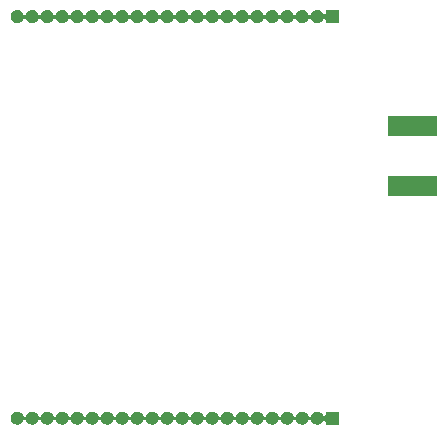
<source format=gbr>
G04 #@! TF.GenerationSoftware,KiCad,Pcbnew,5.99.0-unknown-df3fabf~86~ubuntu18.04.1*
G04 #@! TF.CreationDate,2019-10-31T14:00:15-04:00*
G04 #@! TF.ProjectId,bg96_module_board,62673936-5f6d-46f6-9475-6c655f626f61,rev?*
G04 #@! TF.SameCoordinates,Original*
G04 #@! TF.FileFunction,Soldermask,Bot*
G04 #@! TF.FilePolarity,Negative*
%FSLAX46Y46*%
G04 Gerber Fmt 4.6, Leading zero omitted, Abs format (unit mm)*
G04 Created by KiCad (PCBNEW 5.99.0-unknown-df3fabf~86~ubuntu18.04.1) date 2019-10-31 14:00:15*
%MOMM*%
%LPD*%
G04 APERTURE LIST*
G04 APERTURE END LIST*
G36*
X161519899Y-116451959D02*
G01*
X161536769Y-116463231D01*
X161548041Y-116480101D01*
X161554448Y-116512312D01*
X161554448Y-117487688D01*
X161551999Y-117500000D01*
X161548041Y-117519899D01*
X161536769Y-117536769D01*
X161519899Y-117548041D01*
X161500000Y-117551999D01*
X161487688Y-117554448D01*
X160512312Y-117554448D01*
X160480101Y-117548041D01*
X160463231Y-117536769D01*
X160451959Y-117519899D01*
X160445552Y-117487688D01*
X160445552Y-117329367D01*
X160425709Y-117261787D01*
X160372479Y-117215664D01*
X160302764Y-117205640D01*
X160238696Y-117234899D01*
X160224798Y-117252374D01*
X160222889Y-117257676D01*
X160200073Y-117289781D01*
X160185779Y-117316777D01*
X160161608Y-117343906D01*
X160135438Y-117380731D01*
X160111601Y-117400034D01*
X160097063Y-117416351D01*
X160059967Y-117441846D01*
X160018116Y-117475736D01*
X159997971Y-117484453D01*
X159987151Y-117491890D01*
X159936956Y-117510858D01*
X159879568Y-117535692D01*
X159866497Y-117537482D01*
X159862402Y-117539030D01*
X159800634Y-117546504D01*
X159767815Y-117551000D01*
X159698568Y-117551000D01*
X159591657Y-117537494D01*
X159531208Y-117513926D01*
X159503781Y-117508096D01*
X159482648Y-117494993D01*
X159467708Y-117489168D01*
X159426172Y-117459976D01*
X159375478Y-117428544D01*
X159364569Y-117416680D01*
X159358598Y-117412484D01*
X159319558Y-117367731D01*
X159273293Y-117317419D01*
X159239505Y-117251107D01*
X159206534Y-117187226D01*
X159157906Y-117136275D01*
X159089451Y-117119702D01*
X159022903Y-117142770D01*
X158984988Y-117186066D01*
X158965247Y-117223349D01*
X158952889Y-117257676D01*
X158930072Y-117289782D01*
X158915779Y-117316777D01*
X158891608Y-117343906D01*
X158865438Y-117380731D01*
X158841601Y-117400034D01*
X158827063Y-117416351D01*
X158789967Y-117441846D01*
X158748116Y-117475736D01*
X158727971Y-117484453D01*
X158717151Y-117491890D01*
X158666956Y-117510858D01*
X158609568Y-117535692D01*
X158596497Y-117537482D01*
X158592402Y-117539030D01*
X158530634Y-117546504D01*
X158497815Y-117551000D01*
X158428568Y-117551000D01*
X158321657Y-117537494D01*
X158261208Y-117513926D01*
X158233781Y-117508096D01*
X158212648Y-117494993D01*
X158197708Y-117489168D01*
X158156172Y-117459976D01*
X158105478Y-117428544D01*
X158094569Y-117416680D01*
X158088598Y-117412484D01*
X158049558Y-117367731D01*
X158003293Y-117317419D01*
X157969505Y-117251107D01*
X157936534Y-117187226D01*
X157887906Y-117136275D01*
X157819451Y-117119702D01*
X157752903Y-117142770D01*
X157714988Y-117186066D01*
X157695247Y-117223349D01*
X157682889Y-117257676D01*
X157660072Y-117289782D01*
X157645779Y-117316777D01*
X157621608Y-117343906D01*
X157595438Y-117380731D01*
X157571601Y-117400034D01*
X157557063Y-117416351D01*
X157519967Y-117441846D01*
X157478116Y-117475736D01*
X157457971Y-117484453D01*
X157447151Y-117491890D01*
X157396956Y-117510858D01*
X157339568Y-117535692D01*
X157326497Y-117537482D01*
X157322402Y-117539030D01*
X157260634Y-117546504D01*
X157227815Y-117551000D01*
X157158568Y-117551000D01*
X157051657Y-117537494D01*
X156991208Y-117513926D01*
X156963781Y-117508096D01*
X156942648Y-117494993D01*
X156927708Y-117489168D01*
X156886172Y-117459976D01*
X156835478Y-117428544D01*
X156824569Y-117416680D01*
X156818598Y-117412484D01*
X156779558Y-117367731D01*
X156733293Y-117317419D01*
X156699505Y-117251107D01*
X156666534Y-117187226D01*
X156617906Y-117136275D01*
X156549451Y-117119702D01*
X156482903Y-117142770D01*
X156444988Y-117186066D01*
X156425247Y-117223349D01*
X156412889Y-117257676D01*
X156390072Y-117289782D01*
X156375779Y-117316777D01*
X156351608Y-117343906D01*
X156325438Y-117380731D01*
X156301601Y-117400034D01*
X156287063Y-117416351D01*
X156249967Y-117441846D01*
X156208116Y-117475736D01*
X156187971Y-117484453D01*
X156177151Y-117491890D01*
X156126956Y-117510858D01*
X156069568Y-117535692D01*
X156056497Y-117537482D01*
X156052402Y-117539030D01*
X155990634Y-117546504D01*
X155957815Y-117551000D01*
X155888568Y-117551000D01*
X155781657Y-117537494D01*
X155721208Y-117513926D01*
X155693781Y-117508096D01*
X155672648Y-117494993D01*
X155657708Y-117489168D01*
X155616172Y-117459976D01*
X155565478Y-117428544D01*
X155554569Y-117416680D01*
X155548598Y-117412484D01*
X155509558Y-117367731D01*
X155463293Y-117317419D01*
X155429505Y-117251107D01*
X155396534Y-117187226D01*
X155347906Y-117136275D01*
X155279451Y-117119702D01*
X155212903Y-117142770D01*
X155174988Y-117186066D01*
X155155247Y-117223349D01*
X155142889Y-117257676D01*
X155120072Y-117289782D01*
X155105779Y-117316777D01*
X155081608Y-117343906D01*
X155055438Y-117380731D01*
X155031601Y-117400034D01*
X155017063Y-117416351D01*
X154979967Y-117441846D01*
X154938116Y-117475736D01*
X154917971Y-117484453D01*
X154907151Y-117491890D01*
X154856956Y-117510858D01*
X154799568Y-117535692D01*
X154786497Y-117537482D01*
X154782402Y-117539030D01*
X154720634Y-117546504D01*
X154687815Y-117551000D01*
X154618568Y-117551000D01*
X154511657Y-117537494D01*
X154451208Y-117513926D01*
X154423781Y-117508096D01*
X154402648Y-117494993D01*
X154387708Y-117489168D01*
X154346172Y-117459976D01*
X154295478Y-117428544D01*
X154284569Y-117416680D01*
X154278598Y-117412484D01*
X154239558Y-117367731D01*
X154193293Y-117317419D01*
X154159505Y-117251107D01*
X154126534Y-117187226D01*
X154077906Y-117136275D01*
X154009451Y-117119702D01*
X153942903Y-117142770D01*
X153904988Y-117186066D01*
X153885247Y-117223349D01*
X153872889Y-117257676D01*
X153850072Y-117289782D01*
X153835779Y-117316777D01*
X153811608Y-117343906D01*
X153785438Y-117380731D01*
X153761601Y-117400034D01*
X153747063Y-117416351D01*
X153709967Y-117441846D01*
X153668116Y-117475736D01*
X153647971Y-117484453D01*
X153637151Y-117491890D01*
X153586956Y-117510858D01*
X153529568Y-117535692D01*
X153516497Y-117537482D01*
X153512402Y-117539030D01*
X153450634Y-117546504D01*
X153417815Y-117551000D01*
X153348568Y-117551000D01*
X153241657Y-117537494D01*
X153181208Y-117513926D01*
X153153781Y-117508096D01*
X153132648Y-117494993D01*
X153117708Y-117489168D01*
X153076172Y-117459976D01*
X153025478Y-117428544D01*
X153014569Y-117416680D01*
X153008598Y-117412484D01*
X152969558Y-117367731D01*
X152923293Y-117317419D01*
X152889505Y-117251107D01*
X152856534Y-117187226D01*
X152807906Y-117136275D01*
X152739451Y-117119702D01*
X152672903Y-117142770D01*
X152634988Y-117186066D01*
X152615247Y-117223349D01*
X152602889Y-117257676D01*
X152580072Y-117289782D01*
X152565779Y-117316777D01*
X152541608Y-117343906D01*
X152515438Y-117380731D01*
X152491601Y-117400034D01*
X152477063Y-117416351D01*
X152439967Y-117441846D01*
X152398116Y-117475736D01*
X152377971Y-117484453D01*
X152367151Y-117491890D01*
X152316956Y-117510858D01*
X152259568Y-117535692D01*
X152246497Y-117537482D01*
X152242402Y-117539030D01*
X152180634Y-117546504D01*
X152147815Y-117551000D01*
X152078568Y-117551000D01*
X151971657Y-117537494D01*
X151911208Y-117513926D01*
X151883781Y-117508096D01*
X151862648Y-117494993D01*
X151847708Y-117489168D01*
X151806172Y-117459976D01*
X151755478Y-117428544D01*
X151744569Y-117416680D01*
X151738598Y-117412484D01*
X151699558Y-117367731D01*
X151653293Y-117317419D01*
X151619505Y-117251107D01*
X151586534Y-117187226D01*
X151537906Y-117136275D01*
X151469451Y-117119702D01*
X151402903Y-117142770D01*
X151364988Y-117186066D01*
X151345247Y-117223349D01*
X151332889Y-117257676D01*
X151310072Y-117289782D01*
X151295779Y-117316777D01*
X151271608Y-117343906D01*
X151245438Y-117380731D01*
X151221601Y-117400034D01*
X151207063Y-117416351D01*
X151169967Y-117441846D01*
X151128116Y-117475736D01*
X151107971Y-117484453D01*
X151097151Y-117491890D01*
X151046956Y-117510858D01*
X150989568Y-117535692D01*
X150976497Y-117537482D01*
X150972402Y-117539030D01*
X150910634Y-117546504D01*
X150877815Y-117551000D01*
X150808568Y-117551000D01*
X150701657Y-117537494D01*
X150641208Y-117513926D01*
X150613781Y-117508096D01*
X150592648Y-117494993D01*
X150577708Y-117489168D01*
X150536172Y-117459976D01*
X150485478Y-117428544D01*
X150474569Y-117416680D01*
X150468598Y-117412484D01*
X150429558Y-117367731D01*
X150383293Y-117317419D01*
X150349505Y-117251107D01*
X150316534Y-117187226D01*
X150267906Y-117136275D01*
X150199451Y-117119702D01*
X150132903Y-117142770D01*
X150094988Y-117186066D01*
X150075247Y-117223349D01*
X150062889Y-117257676D01*
X150040072Y-117289782D01*
X150025779Y-117316777D01*
X150001608Y-117343906D01*
X149975438Y-117380731D01*
X149951601Y-117400034D01*
X149937063Y-117416351D01*
X149899967Y-117441846D01*
X149858116Y-117475736D01*
X149837971Y-117484453D01*
X149827151Y-117491890D01*
X149776956Y-117510858D01*
X149719568Y-117535692D01*
X149706497Y-117537482D01*
X149702402Y-117539030D01*
X149640634Y-117546504D01*
X149607815Y-117551000D01*
X149538568Y-117551000D01*
X149431657Y-117537494D01*
X149371208Y-117513926D01*
X149343781Y-117508096D01*
X149322648Y-117494993D01*
X149307708Y-117489168D01*
X149266172Y-117459976D01*
X149215478Y-117428544D01*
X149204569Y-117416680D01*
X149198598Y-117412484D01*
X149159558Y-117367731D01*
X149113293Y-117317419D01*
X149079505Y-117251107D01*
X149046534Y-117187226D01*
X148997906Y-117136275D01*
X148929451Y-117119702D01*
X148862903Y-117142770D01*
X148824988Y-117186066D01*
X148805247Y-117223349D01*
X148792889Y-117257676D01*
X148770072Y-117289782D01*
X148755779Y-117316777D01*
X148731608Y-117343906D01*
X148705438Y-117380731D01*
X148681601Y-117400034D01*
X148667063Y-117416351D01*
X148629967Y-117441846D01*
X148588116Y-117475736D01*
X148567971Y-117484453D01*
X148557151Y-117491890D01*
X148506956Y-117510858D01*
X148449568Y-117535692D01*
X148436497Y-117537482D01*
X148432402Y-117539030D01*
X148370634Y-117546504D01*
X148337815Y-117551000D01*
X148268568Y-117551000D01*
X148161657Y-117537494D01*
X148101208Y-117513926D01*
X148073781Y-117508096D01*
X148052648Y-117494993D01*
X148037708Y-117489168D01*
X147996172Y-117459976D01*
X147945478Y-117428544D01*
X147934569Y-117416680D01*
X147928598Y-117412484D01*
X147889558Y-117367731D01*
X147843293Y-117317419D01*
X147809505Y-117251107D01*
X147776534Y-117187226D01*
X147727906Y-117136275D01*
X147659451Y-117119702D01*
X147592903Y-117142770D01*
X147554988Y-117186066D01*
X147535247Y-117223349D01*
X147522889Y-117257676D01*
X147500072Y-117289782D01*
X147485779Y-117316777D01*
X147461608Y-117343906D01*
X147435438Y-117380731D01*
X147411601Y-117400034D01*
X147397063Y-117416351D01*
X147359967Y-117441846D01*
X147318116Y-117475736D01*
X147297971Y-117484453D01*
X147287151Y-117491890D01*
X147236956Y-117510858D01*
X147179568Y-117535692D01*
X147166497Y-117537482D01*
X147162402Y-117539030D01*
X147100634Y-117546504D01*
X147067815Y-117551000D01*
X146998568Y-117551000D01*
X146891657Y-117537494D01*
X146831208Y-117513926D01*
X146803781Y-117508096D01*
X146782648Y-117494993D01*
X146767708Y-117489168D01*
X146726172Y-117459976D01*
X146675478Y-117428544D01*
X146664569Y-117416680D01*
X146658598Y-117412484D01*
X146619558Y-117367731D01*
X146573293Y-117317419D01*
X146539505Y-117251107D01*
X146506534Y-117187226D01*
X146457906Y-117136275D01*
X146389451Y-117119702D01*
X146322903Y-117142770D01*
X146284988Y-117186066D01*
X146265247Y-117223349D01*
X146252889Y-117257676D01*
X146230072Y-117289782D01*
X146215779Y-117316777D01*
X146191608Y-117343906D01*
X146165438Y-117380731D01*
X146141601Y-117400034D01*
X146127063Y-117416351D01*
X146089967Y-117441846D01*
X146048116Y-117475736D01*
X146027971Y-117484453D01*
X146017151Y-117491890D01*
X145966956Y-117510858D01*
X145909568Y-117535692D01*
X145896497Y-117537482D01*
X145892402Y-117539030D01*
X145830634Y-117546504D01*
X145797815Y-117551000D01*
X145728568Y-117551000D01*
X145621657Y-117537494D01*
X145561208Y-117513926D01*
X145533781Y-117508096D01*
X145512648Y-117494993D01*
X145497708Y-117489168D01*
X145456172Y-117459976D01*
X145405478Y-117428544D01*
X145394569Y-117416680D01*
X145388598Y-117412484D01*
X145349558Y-117367731D01*
X145303293Y-117317419D01*
X145269505Y-117251107D01*
X145236534Y-117187226D01*
X145187906Y-117136275D01*
X145119451Y-117119702D01*
X145052903Y-117142770D01*
X145014988Y-117186066D01*
X144995247Y-117223349D01*
X144982889Y-117257676D01*
X144960072Y-117289782D01*
X144945779Y-117316777D01*
X144921608Y-117343906D01*
X144895438Y-117380731D01*
X144871601Y-117400034D01*
X144857063Y-117416351D01*
X144819967Y-117441846D01*
X144778116Y-117475736D01*
X144757971Y-117484453D01*
X144747151Y-117491890D01*
X144696956Y-117510858D01*
X144639568Y-117535692D01*
X144626497Y-117537482D01*
X144622402Y-117539030D01*
X144560634Y-117546504D01*
X144527815Y-117551000D01*
X144458568Y-117551000D01*
X144351657Y-117537494D01*
X144291208Y-117513926D01*
X144263781Y-117508096D01*
X144242648Y-117494993D01*
X144227708Y-117489168D01*
X144186172Y-117459976D01*
X144135478Y-117428544D01*
X144124569Y-117416680D01*
X144118598Y-117412484D01*
X144079558Y-117367731D01*
X144033293Y-117317419D01*
X143999505Y-117251107D01*
X143966534Y-117187226D01*
X143917906Y-117136275D01*
X143849451Y-117119702D01*
X143782903Y-117142770D01*
X143744988Y-117186066D01*
X143725247Y-117223349D01*
X143712889Y-117257676D01*
X143690072Y-117289782D01*
X143675779Y-117316777D01*
X143651608Y-117343906D01*
X143625438Y-117380731D01*
X143601601Y-117400034D01*
X143587063Y-117416351D01*
X143549967Y-117441846D01*
X143508116Y-117475736D01*
X143487971Y-117484453D01*
X143477151Y-117491890D01*
X143426956Y-117510858D01*
X143369568Y-117535692D01*
X143356497Y-117537482D01*
X143352402Y-117539030D01*
X143290634Y-117546504D01*
X143257815Y-117551000D01*
X143188568Y-117551000D01*
X143081657Y-117537494D01*
X143021208Y-117513926D01*
X142993781Y-117508096D01*
X142972648Y-117494993D01*
X142957708Y-117489168D01*
X142916172Y-117459976D01*
X142865478Y-117428544D01*
X142854569Y-117416680D01*
X142848598Y-117412484D01*
X142809558Y-117367731D01*
X142763293Y-117317419D01*
X142729505Y-117251107D01*
X142696534Y-117187226D01*
X142647906Y-117136275D01*
X142579451Y-117119702D01*
X142512903Y-117142770D01*
X142474988Y-117186066D01*
X142455247Y-117223349D01*
X142442889Y-117257676D01*
X142420072Y-117289782D01*
X142405779Y-117316777D01*
X142381608Y-117343906D01*
X142355438Y-117380731D01*
X142331601Y-117400034D01*
X142317063Y-117416351D01*
X142279967Y-117441846D01*
X142238116Y-117475736D01*
X142217971Y-117484453D01*
X142207151Y-117491890D01*
X142156956Y-117510858D01*
X142099568Y-117535692D01*
X142086497Y-117537482D01*
X142082402Y-117539030D01*
X142020634Y-117546504D01*
X141987815Y-117551000D01*
X141918568Y-117551000D01*
X141811657Y-117537494D01*
X141751208Y-117513926D01*
X141723781Y-117508096D01*
X141702648Y-117494993D01*
X141687708Y-117489168D01*
X141646172Y-117459976D01*
X141595478Y-117428544D01*
X141584569Y-117416680D01*
X141578598Y-117412484D01*
X141539558Y-117367731D01*
X141493293Y-117317419D01*
X141459505Y-117251107D01*
X141426534Y-117187226D01*
X141377906Y-117136275D01*
X141309451Y-117119702D01*
X141242903Y-117142770D01*
X141204988Y-117186066D01*
X141185247Y-117223349D01*
X141172889Y-117257676D01*
X141150072Y-117289782D01*
X141135779Y-117316777D01*
X141111608Y-117343906D01*
X141085438Y-117380731D01*
X141061601Y-117400034D01*
X141047063Y-117416351D01*
X141009967Y-117441846D01*
X140968116Y-117475736D01*
X140947971Y-117484453D01*
X140937151Y-117491890D01*
X140886956Y-117510858D01*
X140829568Y-117535692D01*
X140816497Y-117537482D01*
X140812402Y-117539030D01*
X140750634Y-117546504D01*
X140717815Y-117551000D01*
X140648568Y-117551000D01*
X140541657Y-117537494D01*
X140481208Y-117513926D01*
X140453781Y-117508096D01*
X140432648Y-117494993D01*
X140417708Y-117489168D01*
X140376172Y-117459976D01*
X140325478Y-117428544D01*
X140314569Y-117416680D01*
X140308598Y-117412484D01*
X140269558Y-117367731D01*
X140223293Y-117317419D01*
X140189505Y-117251107D01*
X140156534Y-117187226D01*
X140107906Y-117136275D01*
X140039451Y-117119702D01*
X139972903Y-117142770D01*
X139934988Y-117186066D01*
X139915247Y-117223349D01*
X139902889Y-117257676D01*
X139880072Y-117289782D01*
X139865779Y-117316777D01*
X139841608Y-117343906D01*
X139815438Y-117380731D01*
X139791601Y-117400034D01*
X139777063Y-117416351D01*
X139739967Y-117441846D01*
X139698116Y-117475736D01*
X139677971Y-117484453D01*
X139667151Y-117491890D01*
X139616956Y-117510858D01*
X139559568Y-117535692D01*
X139546497Y-117537482D01*
X139542402Y-117539030D01*
X139480634Y-117546504D01*
X139447815Y-117551000D01*
X139378568Y-117551000D01*
X139271657Y-117537494D01*
X139211208Y-117513926D01*
X139183781Y-117508096D01*
X139162648Y-117494993D01*
X139147708Y-117489168D01*
X139106172Y-117459976D01*
X139055478Y-117428544D01*
X139044569Y-117416680D01*
X139038598Y-117412484D01*
X138999558Y-117367731D01*
X138953293Y-117317419D01*
X138919505Y-117251107D01*
X138886534Y-117187226D01*
X138837906Y-117136275D01*
X138769451Y-117119702D01*
X138702903Y-117142770D01*
X138664988Y-117186066D01*
X138645247Y-117223349D01*
X138632889Y-117257676D01*
X138610072Y-117289782D01*
X138595779Y-117316777D01*
X138571608Y-117343906D01*
X138545438Y-117380731D01*
X138521601Y-117400034D01*
X138507063Y-117416351D01*
X138469967Y-117441846D01*
X138428116Y-117475736D01*
X138407971Y-117484453D01*
X138397151Y-117491890D01*
X138346956Y-117510858D01*
X138289568Y-117535692D01*
X138276497Y-117537482D01*
X138272402Y-117539030D01*
X138210634Y-117546504D01*
X138177815Y-117551000D01*
X138108568Y-117551000D01*
X138001657Y-117537494D01*
X137941208Y-117513926D01*
X137913781Y-117508096D01*
X137892648Y-117494993D01*
X137877708Y-117489168D01*
X137836172Y-117459976D01*
X137785478Y-117428544D01*
X137774569Y-117416680D01*
X137768598Y-117412484D01*
X137729558Y-117367731D01*
X137683293Y-117317419D01*
X137649505Y-117251107D01*
X137616534Y-117187226D01*
X137567906Y-117136275D01*
X137499451Y-117119702D01*
X137432903Y-117142770D01*
X137394988Y-117186066D01*
X137375247Y-117223349D01*
X137362889Y-117257676D01*
X137340072Y-117289782D01*
X137325779Y-117316777D01*
X137301608Y-117343906D01*
X137275438Y-117380731D01*
X137251601Y-117400034D01*
X137237063Y-117416351D01*
X137199967Y-117441846D01*
X137158116Y-117475736D01*
X137137971Y-117484453D01*
X137127151Y-117491890D01*
X137076956Y-117510858D01*
X137019568Y-117535692D01*
X137006497Y-117537482D01*
X137002402Y-117539030D01*
X136940634Y-117546504D01*
X136907815Y-117551000D01*
X136838568Y-117551000D01*
X136731657Y-117537494D01*
X136671208Y-117513926D01*
X136643781Y-117508096D01*
X136622648Y-117494993D01*
X136607708Y-117489168D01*
X136566172Y-117459976D01*
X136515478Y-117428544D01*
X136504569Y-117416680D01*
X136498598Y-117412484D01*
X136459558Y-117367731D01*
X136413293Y-117317419D01*
X136379505Y-117251107D01*
X136346534Y-117187226D01*
X136297906Y-117136275D01*
X136229451Y-117119702D01*
X136162903Y-117142770D01*
X136124988Y-117186066D01*
X136105247Y-117223349D01*
X136092889Y-117257676D01*
X136070072Y-117289782D01*
X136055779Y-117316777D01*
X136031608Y-117343906D01*
X136005438Y-117380731D01*
X135981601Y-117400034D01*
X135967063Y-117416351D01*
X135929967Y-117441846D01*
X135888116Y-117475736D01*
X135867971Y-117484453D01*
X135857151Y-117491890D01*
X135806956Y-117510858D01*
X135749568Y-117535692D01*
X135736497Y-117537482D01*
X135732402Y-117539030D01*
X135670634Y-117546504D01*
X135637815Y-117551000D01*
X135568568Y-117551000D01*
X135461657Y-117537494D01*
X135401208Y-117513926D01*
X135373781Y-117508096D01*
X135352648Y-117494993D01*
X135337708Y-117489168D01*
X135296172Y-117459976D01*
X135245478Y-117428544D01*
X135234569Y-117416680D01*
X135228598Y-117412484D01*
X135189558Y-117367731D01*
X135143293Y-117317419D01*
X135109505Y-117251107D01*
X135076534Y-117187226D01*
X135027906Y-117136275D01*
X134959451Y-117119702D01*
X134892903Y-117142770D01*
X134854988Y-117186066D01*
X134835247Y-117223349D01*
X134822889Y-117257676D01*
X134800072Y-117289782D01*
X134785779Y-117316777D01*
X134761608Y-117343906D01*
X134735438Y-117380731D01*
X134711601Y-117400034D01*
X134697063Y-117416351D01*
X134659967Y-117441846D01*
X134618116Y-117475736D01*
X134597971Y-117484453D01*
X134587151Y-117491890D01*
X134536956Y-117510858D01*
X134479568Y-117535692D01*
X134466497Y-117537482D01*
X134462402Y-117539030D01*
X134400634Y-117546504D01*
X134367815Y-117551000D01*
X134298568Y-117551000D01*
X134191657Y-117537494D01*
X134131208Y-117513926D01*
X134103781Y-117508096D01*
X134082648Y-117494993D01*
X134067708Y-117489168D01*
X134026172Y-117459976D01*
X133975478Y-117428544D01*
X133964569Y-117416680D01*
X133958598Y-117412484D01*
X133919558Y-117367731D01*
X133873293Y-117317419D01*
X133839500Y-117251097D01*
X133809760Y-117193476D01*
X133809420Y-117192061D01*
X133804757Y-117182909D01*
X133791822Y-117118760D01*
X133778626Y-117063796D01*
X133778680Y-117053583D01*
X133774917Y-117034923D01*
X133779074Y-116978318D01*
X133779325Y-116930434D01*
X133783940Y-116912060D01*
X133785974Y-116884364D01*
X133802256Y-116839139D01*
X133811813Y-116801089D01*
X133824753Y-116776650D01*
X133837111Y-116742324D01*
X133859928Y-116710218D01*
X133874221Y-116683223D01*
X133898392Y-116656094D01*
X133924562Y-116619269D01*
X133948399Y-116599966D01*
X133962937Y-116583649D01*
X134000033Y-116558154D01*
X134041884Y-116524264D01*
X134062029Y-116515547D01*
X134072849Y-116508110D01*
X134123044Y-116489142D01*
X134180432Y-116464308D01*
X134193503Y-116462518D01*
X134197598Y-116460970D01*
X134259366Y-116453496D01*
X134292185Y-116449000D01*
X134361432Y-116449000D01*
X134468343Y-116462506D01*
X134528792Y-116486074D01*
X134556219Y-116491904D01*
X134577352Y-116505007D01*
X134592292Y-116510832D01*
X134633828Y-116540024D01*
X134684522Y-116571456D01*
X134695431Y-116583320D01*
X134701402Y-116587516D01*
X134740442Y-116632269D01*
X134786707Y-116682581D01*
X134820495Y-116748893D01*
X134853466Y-116812774D01*
X134902094Y-116863725D01*
X134970549Y-116880298D01*
X135037097Y-116857230D01*
X135075012Y-116813934D01*
X135094753Y-116776651D01*
X135107111Y-116742324D01*
X135129928Y-116710218D01*
X135144221Y-116683223D01*
X135168392Y-116656094D01*
X135194562Y-116619269D01*
X135218399Y-116599966D01*
X135232937Y-116583649D01*
X135270033Y-116558154D01*
X135311884Y-116524264D01*
X135332029Y-116515547D01*
X135342849Y-116508110D01*
X135393044Y-116489142D01*
X135450432Y-116464308D01*
X135463503Y-116462518D01*
X135467598Y-116460970D01*
X135529366Y-116453496D01*
X135562185Y-116449000D01*
X135631432Y-116449000D01*
X135738343Y-116462506D01*
X135798792Y-116486074D01*
X135826219Y-116491904D01*
X135847352Y-116505007D01*
X135862292Y-116510832D01*
X135903828Y-116540024D01*
X135954522Y-116571456D01*
X135965431Y-116583320D01*
X135971402Y-116587516D01*
X136010442Y-116632269D01*
X136056707Y-116682581D01*
X136090495Y-116748893D01*
X136123466Y-116812774D01*
X136172094Y-116863725D01*
X136240549Y-116880298D01*
X136307097Y-116857230D01*
X136345012Y-116813934D01*
X136364753Y-116776651D01*
X136377111Y-116742324D01*
X136399928Y-116710218D01*
X136414221Y-116683223D01*
X136438392Y-116656094D01*
X136464562Y-116619269D01*
X136488399Y-116599966D01*
X136502937Y-116583649D01*
X136540033Y-116558154D01*
X136581884Y-116524264D01*
X136602029Y-116515547D01*
X136612849Y-116508110D01*
X136663044Y-116489142D01*
X136720432Y-116464308D01*
X136733503Y-116462518D01*
X136737598Y-116460970D01*
X136799366Y-116453496D01*
X136832185Y-116449000D01*
X136901432Y-116449000D01*
X137008343Y-116462506D01*
X137068792Y-116486074D01*
X137096219Y-116491904D01*
X137117352Y-116505007D01*
X137132292Y-116510832D01*
X137173828Y-116540024D01*
X137224522Y-116571456D01*
X137235431Y-116583320D01*
X137241402Y-116587516D01*
X137280442Y-116632269D01*
X137326707Y-116682581D01*
X137360495Y-116748893D01*
X137393466Y-116812774D01*
X137442094Y-116863725D01*
X137510549Y-116880298D01*
X137577097Y-116857230D01*
X137615012Y-116813934D01*
X137634753Y-116776651D01*
X137647111Y-116742324D01*
X137669928Y-116710218D01*
X137684221Y-116683223D01*
X137708392Y-116656094D01*
X137734562Y-116619269D01*
X137758399Y-116599966D01*
X137772937Y-116583649D01*
X137810033Y-116558154D01*
X137851884Y-116524264D01*
X137872029Y-116515547D01*
X137882849Y-116508110D01*
X137933044Y-116489142D01*
X137990432Y-116464308D01*
X138003503Y-116462518D01*
X138007598Y-116460970D01*
X138069366Y-116453496D01*
X138102185Y-116449000D01*
X138171432Y-116449000D01*
X138278343Y-116462506D01*
X138338792Y-116486074D01*
X138366219Y-116491904D01*
X138387352Y-116505007D01*
X138402292Y-116510832D01*
X138443828Y-116540024D01*
X138494522Y-116571456D01*
X138505431Y-116583320D01*
X138511402Y-116587516D01*
X138550442Y-116632269D01*
X138596707Y-116682581D01*
X138630495Y-116748893D01*
X138663466Y-116812774D01*
X138712094Y-116863725D01*
X138780549Y-116880298D01*
X138847097Y-116857230D01*
X138885012Y-116813934D01*
X138904753Y-116776651D01*
X138917111Y-116742324D01*
X138939928Y-116710218D01*
X138954221Y-116683223D01*
X138978392Y-116656094D01*
X139004562Y-116619269D01*
X139028399Y-116599966D01*
X139042937Y-116583649D01*
X139080033Y-116558154D01*
X139121884Y-116524264D01*
X139142029Y-116515547D01*
X139152849Y-116508110D01*
X139203044Y-116489142D01*
X139260432Y-116464308D01*
X139273503Y-116462518D01*
X139277598Y-116460970D01*
X139339366Y-116453496D01*
X139372185Y-116449000D01*
X139441432Y-116449000D01*
X139548343Y-116462506D01*
X139608792Y-116486074D01*
X139636219Y-116491904D01*
X139657352Y-116505007D01*
X139672292Y-116510832D01*
X139713828Y-116540024D01*
X139764522Y-116571456D01*
X139775431Y-116583320D01*
X139781402Y-116587516D01*
X139820442Y-116632269D01*
X139866707Y-116682581D01*
X139900495Y-116748893D01*
X139933466Y-116812774D01*
X139982094Y-116863725D01*
X140050549Y-116880298D01*
X140117097Y-116857230D01*
X140155012Y-116813934D01*
X140174753Y-116776651D01*
X140187111Y-116742324D01*
X140209928Y-116710218D01*
X140224221Y-116683223D01*
X140248392Y-116656094D01*
X140274562Y-116619269D01*
X140298399Y-116599966D01*
X140312937Y-116583649D01*
X140350033Y-116558154D01*
X140391884Y-116524264D01*
X140412029Y-116515547D01*
X140422849Y-116508110D01*
X140473044Y-116489142D01*
X140530432Y-116464308D01*
X140543503Y-116462518D01*
X140547598Y-116460970D01*
X140609366Y-116453496D01*
X140642185Y-116449000D01*
X140711432Y-116449000D01*
X140818343Y-116462506D01*
X140878792Y-116486074D01*
X140906219Y-116491904D01*
X140927352Y-116505007D01*
X140942292Y-116510832D01*
X140983828Y-116540024D01*
X141034522Y-116571456D01*
X141045431Y-116583320D01*
X141051402Y-116587516D01*
X141090442Y-116632269D01*
X141136707Y-116682581D01*
X141170495Y-116748893D01*
X141203466Y-116812774D01*
X141252094Y-116863725D01*
X141320549Y-116880298D01*
X141387097Y-116857230D01*
X141425012Y-116813934D01*
X141444753Y-116776651D01*
X141457111Y-116742324D01*
X141479928Y-116710218D01*
X141494221Y-116683223D01*
X141518392Y-116656094D01*
X141544562Y-116619269D01*
X141568399Y-116599966D01*
X141582937Y-116583649D01*
X141620033Y-116558154D01*
X141661884Y-116524264D01*
X141682029Y-116515547D01*
X141692849Y-116508110D01*
X141743044Y-116489142D01*
X141800432Y-116464308D01*
X141813503Y-116462518D01*
X141817598Y-116460970D01*
X141879366Y-116453496D01*
X141912185Y-116449000D01*
X141981432Y-116449000D01*
X142088343Y-116462506D01*
X142148792Y-116486074D01*
X142176219Y-116491904D01*
X142197352Y-116505007D01*
X142212292Y-116510832D01*
X142253828Y-116540024D01*
X142304522Y-116571456D01*
X142315431Y-116583320D01*
X142321402Y-116587516D01*
X142360442Y-116632269D01*
X142406707Y-116682581D01*
X142440495Y-116748893D01*
X142473466Y-116812774D01*
X142522094Y-116863725D01*
X142590549Y-116880298D01*
X142657097Y-116857230D01*
X142695012Y-116813934D01*
X142714753Y-116776651D01*
X142727111Y-116742324D01*
X142749928Y-116710218D01*
X142764221Y-116683223D01*
X142788392Y-116656094D01*
X142814562Y-116619269D01*
X142838399Y-116599966D01*
X142852937Y-116583649D01*
X142890033Y-116558154D01*
X142931884Y-116524264D01*
X142952029Y-116515547D01*
X142962849Y-116508110D01*
X143013044Y-116489142D01*
X143070432Y-116464308D01*
X143083503Y-116462518D01*
X143087598Y-116460970D01*
X143149366Y-116453496D01*
X143182185Y-116449000D01*
X143251432Y-116449000D01*
X143358343Y-116462506D01*
X143418792Y-116486074D01*
X143446219Y-116491904D01*
X143467352Y-116505007D01*
X143482292Y-116510832D01*
X143523828Y-116540024D01*
X143574522Y-116571456D01*
X143585431Y-116583320D01*
X143591402Y-116587516D01*
X143630442Y-116632269D01*
X143676707Y-116682581D01*
X143710495Y-116748893D01*
X143743466Y-116812774D01*
X143792094Y-116863725D01*
X143860549Y-116880298D01*
X143927097Y-116857230D01*
X143965012Y-116813934D01*
X143984753Y-116776651D01*
X143997111Y-116742324D01*
X144019928Y-116710218D01*
X144034221Y-116683223D01*
X144058392Y-116656094D01*
X144084562Y-116619269D01*
X144108399Y-116599966D01*
X144122937Y-116583649D01*
X144160033Y-116558154D01*
X144201884Y-116524264D01*
X144222029Y-116515547D01*
X144232849Y-116508110D01*
X144283044Y-116489142D01*
X144340432Y-116464308D01*
X144353503Y-116462518D01*
X144357598Y-116460970D01*
X144419366Y-116453496D01*
X144452185Y-116449000D01*
X144521432Y-116449000D01*
X144628343Y-116462506D01*
X144688792Y-116486074D01*
X144716219Y-116491904D01*
X144737352Y-116505007D01*
X144752292Y-116510832D01*
X144793828Y-116540024D01*
X144844522Y-116571456D01*
X144855431Y-116583320D01*
X144861402Y-116587516D01*
X144900442Y-116632269D01*
X144946707Y-116682581D01*
X144980495Y-116748893D01*
X145013466Y-116812774D01*
X145062094Y-116863725D01*
X145130549Y-116880298D01*
X145197097Y-116857230D01*
X145235012Y-116813934D01*
X145254753Y-116776651D01*
X145267111Y-116742324D01*
X145289928Y-116710218D01*
X145304221Y-116683223D01*
X145328392Y-116656094D01*
X145354562Y-116619269D01*
X145378399Y-116599966D01*
X145392937Y-116583649D01*
X145430033Y-116558154D01*
X145471884Y-116524264D01*
X145492029Y-116515547D01*
X145502849Y-116508110D01*
X145553044Y-116489142D01*
X145610432Y-116464308D01*
X145623503Y-116462518D01*
X145627598Y-116460970D01*
X145689366Y-116453496D01*
X145722185Y-116449000D01*
X145791432Y-116449000D01*
X145898343Y-116462506D01*
X145958792Y-116486074D01*
X145986219Y-116491904D01*
X146007352Y-116505007D01*
X146022292Y-116510832D01*
X146063828Y-116540024D01*
X146114522Y-116571456D01*
X146125431Y-116583320D01*
X146131402Y-116587516D01*
X146170442Y-116632269D01*
X146216707Y-116682581D01*
X146250495Y-116748893D01*
X146283466Y-116812774D01*
X146332094Y-116863725D01*
X146400549Y-116880298D01*
X146467097Y-116857230D01*
X146505012Y-116813934D01*
X146524753Y-116776651D01*
X146537111Y-116742324D01*
X146559928Y-116710218D01*
X146574221Y-116683223D01*
X146598392Y-116656094D01*
X146624562Y-116619269D01*
X146648399Y-116599966D01*
X146662937Y-116583649D01*
X146700033Y-116558154D01*
X146741884Y-116524264D01*
X146762029Y-116515547D01*
X146772849Y-116508110D01*
X146823044Y-116489142D01*
X146880432Y-116464308D01*
X146893503Y-116462518D01*
X146897598Y-116460970D01*
X146959366Y-116453496D01*
X146992185Y-116449000D01*
X147061432Y-116449000D01*
X147168343Y-116462506D01*
X147228792Y-116486074D01*
X147256219Y-116491904D01*
X147277352Y-116505007D01*
X147292292Y-116510832D01*
X147333828Y-116540024D01*
X147384522Y-116571456D01*
X147395431Y-116583320D01*
X147401402Y-116587516D01*
X147440442Y-116632269D01*
X147486707Y-116682581D01*
X147520495Y-116748893D01*
X147553466Y-116812774D01*
X147602094Y-116863725D01*
X147670549Y-116880298D01*
X147737097Y-116857230D01*
X147775012Y-116813934D01*
X147794753Y-116776651D01*
X147807111Y-116742324D01*
X147829928Y-116710218D01*
X147844221Y-116683223D01*
X147868392Y-116656094D01*
X147894562Y-116619269D01*
X147918399Y-116599966D01*
X147932937Y-116583649D01*
X147970033Y-116558154D01*
X148011884Y-116524264D01*
X148032029Y-116515547D01*
X148042849Y-116508110D01*
X148093044Y-116489142D01*
X148150432Y-116464308D01*
X148163503Y-116462518D01*
X148167598Y-116460970D01*
X148229366Y-116453496D01*
X148262185Y-116449000D01*
X148331432Y-116449000D01*
X148438343Y-116462506D01*
X148498792Y-116486074D01*
X148526219Y-116491904D01*
X148547352Y-116505007D01*
X148562292Y-116510832D01*
X148603828Y-116540024D01*
X148654522Y-116571456D01*
X148665431Y-116583320D01*
X148671402Y-116587516D01*
X148710442Y-116632269D01*
X148756707Y-116682581D01*
X148790495Y-116748893D01*
X148823466Y-116812774D01*
X148872094Y-116863725D01*
X148940549Y-116880298D01*
X149007097Y-116857230D01*
X149045012Y-116813934D01*
X149064753Y-116776651D01*
X149077111Y-116742324D01*
X149099928Y-116710218D01*
X149114221Y-116683223D01*
X149138392Y-116656094D01*
X149164562Y-116619269D01*
X149188399Y-116599966D01*
X149202937Y-116583649D01*
X149240033Y-116558154D01*
X149281884Y-116524264D01*
X149302029Y-116515547D01*
X149312849Y-116508110D01*
X149363044Y-116489142D01*
X149420432Y-116464308D01*
X149433503Y-116462518D01*
X149437598Y-116460970D01*
X149499366Y-116453496D01*
X149532185Y-116449000D01*
X149601432Y-116449000D01*
X149708343Y-116462506D01*
X149768792Y-116486074D01*
X149796219Y-116491904D01*
X149817352Y-116505007D01*
X149832292Y-116510832D01*
X149873828Y-116540024D01*
X149924522Y-116571456D01*
X149935431Y-116583320D01*
X149941402Y-116587516D01*
X149980442Y-116632269D01*
X150026707Y-116682581D01*
X150060495Y-116748893D01*
X150093466Y-116812774D01*
X150142094Y-116863725D01*
X150210549Y-116880298D01*
X150277097Y-116857230D01*
X150315012Y-116813934D01*
X150334753Y-116776651D01*
X150347111Y-116742324D01*
X150369928Y-116710218D01*
X150384221Y-116683223D01*
X150408392Y-116656094D01*
X150434562Y-116619269D01*
X150458399Y-116599966D01*
X150472937Y-116583649D01*
X150510033Y-116558154D01*
X150551884Y-116524264D01*
X150572029Y-116515547D01*
X150582849Y-116508110D01*
X150633044Y-116489142D01*
X150690432Y-116464308D01*
X150703503Y-116462518D01*
X150707598Y-116460970D01*
X150769366Y-116453496D01*
X150802185Y-116449000D01*
X150871432Y-116449000D01*
X150978343Y-116462506D01*
X151038792Y-116486074D01*
X151066219Y-116491904D01*
X151087352Y-116505007D01*
X151102292Y-116510832D01*
X151143828Y-116540024D01*
X151194522Y-116571456D01*
X151205431Y-116583320D01*
X151211402Y-116587516D01*
X151250442Y-116632269D01*
X151296707Y-116682581D01*
X151330495Y-116748893D01*
X151363466Y-116812774D01*
X151412094Y-116863725D01*
X151480549Y-116880298D01*
X151547097Y-116857230D01*
X151585012Y-116813934D01*
X151604753Y-116776651D01*
X151617111Y-116742324D01*
X151639928Y-116710218D01*
X151654221Y-116683223D01*
X151678392Y-116656094D01*
X151704562Y-116619269D01*
X151728399Y-116599966D01*
X151742937Y-116583649D01*
X151780033Y-116558154D01*
X151821884Y-116524264D01*
X151842029Y-116515547D01*
X151852849Y-116508110D01*
X151903044Y-116489142D01*
X151960432Y-116464308D01*
X151973503Y-116462518D01*
X151977598Y-116460970D01*
X152039366Y-116453496D01*
X152072185Y-116449000D01*
X152141432Y-116449000D01*
X152248343Y-116462506D01*
X152308792Y-116486074D01*
X152336219Y-116491904D01*
X152357352Y-116505007D01*
X152372292Y-116510832D01*
X152413828Y-116540024D01*
X152464522Y-116571456D01*
X152475431Y-116583320D01*
X152481402Y-116587516D01*
X152520442Y-116632269D01*
X152566707Y-116682581D01*
X152600495Y-116748893D01*
X152633466Y-116812774D01*
X152682094Y-116863725D01*
X152750549Y-116880298D01*
X152817097Y-116857230D01*
X152855012Y-116813934D01*
X152874753Y-116776651D01*
X152887111Y-116742324D01*
X152909928Y-116710218D01*
X152924221Y-116683223D01*
X152948392Y-116656094D01*
X152974562Y-116619269D01*
X152998399Y-116599966D01*
X153012937Y-116583649D01*
X153050033Y-116558154D01*
X153091884Y-116524264D01*
X153112029Y-116515547D01*
X153122849Y-116508110D01*
X153173044Y-116489142D01*
X153230432Y-116464308D01*
X153243503Y-116462518D01*
X153247598Y-116460970D01*
X153309366Y-116453496D01*
X153342185Y-116449000D01*
X153411432Y-116449000D01*
X153518343Y-116462506D01*
X153578792Y-116486074D01*
X153606219Y-116491904D01*
X153627352Y-116505007D01*
X153642292Y-116510832D01*
X153683828Y-116540024D01*
X153734522Y-116571456D01*
X153745431Y-116583320D01*
X153751402Y-116587516D01*
X153790442Y-116632269D01*
X153836707Y-116682581D01*
X153870495Y-116748893D01*
X153903466Y-116812774D01*
X153952094Y-116863725D01*
X154020549Y-116880298D01*
X154087097Y-116857230D01*
X154125012Y-116813934D01*
X154144753Y-116776651D01*
X154157111Y-116742324D01*
X154179928Y-116710218D01*
X154194221Y-116683223D01*
X154218392Y-116656094D01*
X154244562Y-116619269D01*
X154268399Y-116599966D01*
X154282937Y-116583649D01*
X154320033Y-116558154D01*
X154361884Y-116524264D01*
X154382029Y-116515547D01*
X154392849Y-116508110D01*
X154443044Y-116489142D01*
X154500432Y-116464308D01*
X154513503Y-116462518D01*
X154517598Y-116460970D01*
X154579366Y-116453496D01*
X154612185Y-116449000D01*
X154681432Y-116449000D01*
X154788343Y-116462506D01*
X154848792Y-116486074D01*
X154876219Y-116491904D01*
X154897352Y-116505007D01*
X154912292Y-116510832D01*
X154953828Y-116540024D01*
X155004522Y-116571456D01*
X155015431Y-116583320D01*
X155021402Y-116587516D01*
X155060442Y-116632269D01*
X155106707Y-116682581D01*
X155140495Y-116748893D01*
X155173466Y-116812774D01*
X155222094Y-116863725D01*
X155290549Y-116880298D01*
X155357097Y-116857230D01*
X155395012Y-116813934D01*
X155414753Y-116776651D01*
X155427111Y-116742324D01*
X155449928Y-116710218D01*
X155464221Y-116683223D01*
X155488392Y-116656094D01*
X155514562Y-116619269D01*
X155538399Y-116599966D01*
X155552937Y-116583649D01*
X155590033Y-116558154D01*
X155631884Y-116524264D01*
X155652029Y-116515547D01*
X155662849Y-116508110D01*
X155713044Y-116489142D01*
X155770432Y-116464308D01*
X155783503Y-116462518D01*
X155787598Y-116460970D01*
X155849366Y-116453496D01*
X155882185Y-116449000D01*
X155951432Y-116449000D01*
X156058343Y-116462506D01*
X156118792Y-116486074D01*
X156146219Y-116491904D01*
X156167352Y-116505007D01*
X156182292Y-116510832D01*
X156223828Y-116540024D01*
X156274522Y-116571456D01*
X156285431Y-116583320D01*
X156291402Y-116587516D01*
X156330442Y-116632269D01*
X156376707Y-116682581D01*
X156410495Y-116748893D01*
X156443466Y-116812774D01*
X156492094Y-116863725D01*
X156560549Y-116880298D01*
X156627097Y-116857230D01*
X156665012Y-116813934D01*
X156684753Y-116776651D01*
X156697111Y-116742324D01*
X156719928Y-116710218D01*
X156734221Y-116683223D01*
X156758392Y-116656094D01*
X156784562Y-116619269D01*
X156808399Y-116599966D01*
X156822937Y-116583649D01*
X156860033Y-116558154D01*
X156901884Y-116524264D01*
X156922029Y-116515547D01*
X156932849Y-116508110D01*
X156983044Y-116489142D01*
X157040432Y-116464308D01*
X157053503Y-116462518D01*
X157057598Y-116460970D01*
X157119366Y-116453496D01*
X157152185Y-116449000D01*
X157221432Y-116449000D01*
X157328343Y-116462506D01*
X157388792Y-116486074D01*
X157416219Y-116491904D01*
X157437352Y-116505007D01*
X157452292Y-116510832D01*
X157493828Y-116540024D01*
X157544522Y-116571456D01*
X157555431Y-116583320D01*
X157561402Y-116587516D01*
X157600442Y-116632269D01*
X157646707Y-116682581D01*
X157680495Y-116748893D01*
X157713466Y-116812774D01*
X157762094Y-116863725D01*
X157830549Y-116880298D01*
X157897097Y-116857230D01*
X157935012Y-116813934D01*
X157954753Y-116776651D01*
X157967111Y-116742324D01*
X157989928Y-116710218D01*
X158004221Y-116683223D01*
X158028392Y-116656094D01*
X158054562Y-116619269D01*
X158078399Y-116599966D01*
X158092937Y-116583649D01*
X158130033Y-116558154D01*
X158171884Y-116524264D01*
X158192029Y-116515547D01*
X158202849Y-116508110D01*
X158253044Y-116489142D01*
X158310432Y-116464308D01*
X158323503Y-116462518D01*
X158327598Y-116460970D01*
X158389366Y-116453496D01*
X158422185Y-116449000D01*
X158491432Y-116449000D01*
X158598343Y-116462506D01*
X158658792Y-116486074D01*
X158686219Y-116491904D01*
X158707352Y-116505007D01*
X158722292Y-116510832D01*
X158763828Y-116540024D01*
X158814522Y-116571456D01*
X158825431Y-116583320D01*
X158831402Y-116587516D01*
X158870442Y-116632269D01*
X158916707Y-116682581D01*
X158950495Y-116748893D01*
X158983466Y-116812774D01*
X159032094Y-116863725D01*
X159100549Y-116880298D01*
X159167097Y-116857230D01*
X159205012Y-116813934D01*
X159224753Y-116776651D01*
X159237111Y-116742324D01*
X159259928Y-116710218D01*
X159274221Y-116683223D01*
X159298392Y-116656094D01*
X159324562Y-116619269D01*
X159348399Y-116599966D01*
X159362937Y-116583649D01*
X159400033Y-116558154D01*
X159441884Y-116524264D01*
X159462029Y-116515547D01*
X159472849Y-116508110D01*
X159523044Y-116489142D01*
X159580432Y-116464308D01*
X159593503Y-116462518D01*
X159597598Y-116460970D01*
X159659366Y-116453496D01*
X159692185Y-116449000D01*
X159761432Y-116449000D01*
X159868343Y-116462506D01*
X159928792Y-116486074D01*
X159956219Y-116491904D01*
X159977352Y-116505007D01*
X159992292Y-116510832D01*
X160033828Y-116540024D01*
X160084522Y-116571456D01*
X160095431Y-116583320D01*
X160101402Y-116587516D01*
X160140442Y-116632269D01*
X160186707Y-116682581D01*
X160209780Y-116727864D01*
X160258105Y-116778498D01*
X160326560Y-116795071D01*
X160393108Y-116772003D01*
X160436620Y-116716618D01*
X160445552Y-116670216D01*
X160445552Y-116512312D01*
X160451959Y-116480101D01*
X160463231Y-116463231D01*
X160480101Y-116451959D01*
X160512312Y-116445552D01*
X161487688Y-116445552D01*
X161519899Y-116451959D01*
G37*
G36*
X169851899Y-96529959D02*
G01*
X169868769Y-96541231D01*
X169880041Y-96558101D01*
X169886448Y-96590312D01*
X169886448Y-98089688D01*
X169883999Y-98102000D01*
X169880041Y-98121899D01*
X169868769Y-98138769D01*
X169851899Y-98150041D01*
X169832000Y-98153999D01*
X169819688Y-98156448D01*
X165780312Y-98156448D01*
X165748101Y-98150041D01*
X165731231Y-98138769D01*
X165719959Y-98121899D01*
X165713552Y-98089688D01*
X165713552Y-96590312D01*
X165719959Y-96558101D01*
X165731231Y-96541231D01*
X165748101Y-96529959D01*
X165780312Y-96523552D01*
X169819688Y-96523552D01*
X169851899Y-96529959D01*
G37*
G36*
X169851899Y-91449959D02*
G01*
X169868769Y-91461231D01*
X169880041Y-91478101D01*
X169886448Y-91510312D01*
X169886448Y-93009688D01*
X169883999Y-93022000D01*
X169880041Y-93041899D01*
X169868769Y-93058769D01*
X169851899Y-93070041D01*
X169832000Y-93073999D01*
X169819688Y-93076448D01*
X165780312Y-93076448D01*
X165748101Y-93070041D01*
X165731231Y-93058769D01*
X165719959Y-93041899D01*
X165713552Y-93009688D01*
X165713552Y-91510312D01*
X165719959Y-91478101D01*
X165731231Y-91461231D01*
X165748101Y-91449959D01*
X165780312Y-91443552D01*
X169819688Y-91443552D01*
X169851899Y-91449959D01*
G37*
G36*
X161519899Y-82451959D02*
G01*
X161536769Y-82463231D01*
X161548041Y-82480101D01*
X161554448Y-82512312D01*
X161554448Y-83487688D01*
X161551999Y-83500000D01*
X161548041Y-83519899D01*
X161536769Y-83536769D01*
X161519899Y-83548041D01*
X161500000Y-83551999D01*
X161487688Y-83554448D01*
X160512312Y-83554448D01*
X160480101Y-83548041D01*
X160463231Y-83536769D01*
X160451959Y-83519899D01*
X160445552Y-83487688D01*
X160445552Y-83329367D01*
X160425709Y-83261787D01*
X160372479Y-83215664D01*
X160302764Y-83205640D01*
X160238696Y-83234899D01*
X160224798Y-83252374D01*
X160222889Y-83257676D01*
X160200073Y-83289781D01*
X160185779Y-83316777D01*
X160161608Y-83343906D01*
X160135438Y-83380731D01*
X160111601Y-83400034D01*
X160097063Y-83416351D01*
X160059967Y-83441846D01*
X160018116Y-83475736D01*
X159997971Y-83484453D01*
X159987151Y-83491890D01*
X159936956Y-83510858D01*
X159879568Y-83535692D01*
X159866497Y-83537482D01*
X159862402Y-83539030D01*
X159800634Y-83546504D01*
X159767815Y-83551000D01*
X159698568Y-83551000D01*
X159591657Y-83537494D01*
X159531208Y-83513926D01*
X159503781Y-83508096D01*
X159482648Y-83494993D01*
X159467708Y-83489168D01*
X159426172Y-83459976D01*
X159375478Y-83428544D01*
X159364569Y-83416680D01*
X159358598Y-83412484D01*
X159319558Y-83367731D01*
X159273293Y-83317419D01*
X159239505Y-83251107D01*
X159206534Y-83187226D01*
X159157906Y-83136275D01*
X159089451Y-83119702D01*
X159022903Y-83142770D01*
X158984988Y-83186066D01*
X158965247Y-83223349D01*
X158952889Y-83257676D01*
X158930072Y-83289782D01*
X158915779Y-83316777D01*
X158891608Y-83343906D01*
X158865438Y-83380731D01*
X158841601Y-83400034D01*
X158827063Y-83416351D01*
X158789967Y-83441846D01*
X158748116Y-83475736D01*
X158727971Y-83484453D01*
X158717151Y-83491890D01*
X158666956Y-83510858D01*
X158609568Y-83535692D01*
X158596497Y-83537482D01*
X158592402Y-83539030D01*
X158530634Y-83546504D01*
X158497815Y-83551000D01*
X158428568Y-83551000D01*
X158321657Y-83537494D01*
X158261208Y-83513926D01*
X158233781Y-83508096D01*
X158212648Y-83494993D01*
X158197708Y-83489168D01*
X158156172Y-83459976D01*
X158105478Y-83428544D01*
X158094569Y-83416680D01*
X158088598Y-83412484D01*
X158049558Y-83367731D01*
X158003293Y-83317419D01*
X157969505Y-83251107D01*
X157936534Y-83187226D01*
X157887906Y-83136275D01*
X157819451Y-83119702D01*
X157752903Y-83142770D01*
X157714988Y-83186066D01*
X157695247Y-83223349D01*
X157682889Y-83257676D01*
X157660072Y-83289782D01*
X157645779Y-83316777D01*
X157621608Y-83343906D01*
X157595438Y-83380731D01*
X157571601Y-83400034D01*
X157557063Y-83416351D01*
X157519967Y-83441846D01*
X157478116Y-83475736D01*
X157457971Y-83484453D01*
X157447151Y-83491890D01*
X157396956Y-83510858D01*
X157339568Y-83535692D01*
X157326497Y-83537482D01*
X157322402Y-83539030D01*
X157260634Y-83546504D01*
X157227815Y-83551000D01*
X157158568Y-83551000D01*
X157051657Y-83537494D01*
X156991208Y-83513926D01*
X156963781Y-83508096D01*
X156942648Y-83494993D01*
X156927708Y-83489168D01*
X156886172Y-83459976D01*
X156835478Y-83428544D01*
X156824569Y-83416680D01*
X156818598Y-83412484D01*
X156779558Y-83367731D01*
X156733293Y-83317419D01*
X156699505Y-83251107D01*
X156666534Y-83187226D01*
X156617906Y-83136275D01*
X156549451Y-83119702D01*
X156482903Y-83142770D01*
X156444988Y-83186066D01*
X156425247Y-83223349D01*
X156412889Y-83257676D01*
X156390072Y-83289782D01*
X156375779Y-83316777D01*
X156351608Y-83343906D01*
X156325438Y-83380731D01*
X156301601Y-83400034D01*
X156287063Y-83416351D01*
X156249967Y-83441846D01*
X156208116Y-83475736D01*
X156187971Y-83484453D01*
X156177151Y-83491890D01*
X156126956Y-83510858D01*
X156069568Y-83535692D01*
X156056497Y-83537482D01*
X156052402Y-83539030D01*
X155990634Y-83546504D01*
X155957815Y-83551000D01*
X155888568Y-83551000D01*
X155781657Y-83537494D01*
X155721208Y-83513926D01*
X155693781Y-83508096D01*
X155672648Y-83494993D01*
X155657708Y-83489168D01*
X155616172Y-83459976D01*
X155565478Y-83428544D01*
X155554569Y-83416680D01*
X155548598Y-83412484D01*
X155509558Y-83367731D01*
X155463293Y-83317419D01*
X155429505Y-83251107D01*
X155396534Y-83187226D01*
X155347906Y-83136275D01*
X155279451Y-83119702D01*
X155212903Y-83142770D01*
X155174988Y-83186066D01*
X155155247Y-83223349D01*
X155142889Y-83257676D01*
X155120072Y-83289782D01*
X155105779Y-83316777D01*
X155081608Y-83343906D01*
X155055438Y-83380731D01*
X155031601Y-83400034D01*
X155017063Y-83416351D01*
X154979967Y-83441846D01*
X154938116Y-83475736D01*
X154917971Y-83484453D01*
X154907151Y-83491890D01*
X154856956Y-83510858D01*
X154799568Y-83535692D01*
X154786497Y-83537482D01*
X154782402Y-83539030D01*
X154720634Y-83546504D01*
X154687815Y-83551000D01*
X154618568Y-83551000D01*
X154511657Y-83537494D01*
X154451208Y-83513926D01*
X154423781Y-83508096D01*
X154402648Y-83494993D01*
X154387708Y-83489168D01*
X154346172Y-83459976D01*
X154295478Y-83428544D01*
X154284569Y-83416680D01*
X154278598Y-83412484D01*
X154239558Y-83367731D01*
X154193293Y-83317419D01*
X154159505Y-83251107D01*
X154126534Y-83187226D01*
X154077906Y-83136275D01*
X154009451Y-83119702D01*
X153942903Y-83142770D01*
X153904988Y-83186066D01*
X153885247Y-83223349D01*
X153872889Y-83257676D01*
X153850072Y-83289782D01*
X153835779Y-83316777D01*
X153811608Y-83343906D01*
X153785438Y-83380731D01*
X153761601Y-83400034D01*
X153747063Y-83416351D01*
X153709967Y-83441846D01*
X153668116Y-83475736D01*
X153647971Y-83484453D01*
X153637151Y-83491890D01*
X153586956Y-83510858D01*
X153529568Y-83535692D01*
X153516497Y-83537482D01*
X153512402Y-83539030D01*
X153450634Y-83546504D01*
X153417815Y-83551000D01*
X153348568Y-83551000D01*
X153241657Y-83537494D01*
X153181208Y-83513926D01*
X153153781Y-83508096D01*
X153132648Y-83494993D01*
X153117708Y-83489168D01*
X153076172Y-83459976D01*
X153025478Y-83428544D01*
X153014569Y-83416680D01*
X153008598Y-83412484D01*
X152969558Y-83367731D01*
X152923293Y-83317419D01*
X152889505Y-83251107D01*
X152856534Y-83187226D01*
X152807906Y-83136275D01*
X152739451Y-83119702D01*
X152672903Y-83142770D01*
X152634988Y-83186066D01*
X152615247Y-83223349D01*
X152602889Y-83257676D01*
X152580072Y-83289782D01*
X152565779Y-83316777D01*
X152541608Y-83343906D01*
X152515438Y-83380731D01*
X152491601Y-83400034D01*
X152477063Y-83416351D01*
X152439967Y-83441846D01*
X152398116Y-83475736D01*
X152377971Y-83484453D01*
X152367151Y-83491890D01*
X152316956Y-83510858D01*
X152259568Y-83535692D01*
X152246497Y-83537482D01*
X152242402Y-83539030D01*
X152180634Y-83546504D01*
X152147815Y-83551000D01*
X152078568Y-83551000D01*
X151971657Y-83537494D01*
X151911208Y-83513926D01*
X151883781Y-83508096D01*
X151862648Y-83494993D01*
X151847708Y-83489168D01*
X151806172Y-83459976D01*
X151755478Y-83428544D01*
X151744569Y-83416680D01*
X151738598Y-83412484D01*
X151699558Y-83367731D01*
X151653293Y-83317419D01*
X151619505Y-83251107D01*
X151586534Y-83187226D01*
X151537906Y-83136275D01*
X151469451Y-83119702D01*
X151402903Y-83142770D01*
X151364988Y-83186066D01*
X151345247Y-83223349D01*
X151332889Y-83257676D01*
X151310072Y-83289782D01*
X151295779Y-83316777D01*
X151271608Y-83343906D01*
X151245438Y-83380731D01*
X151221601Y-83400034D01*
X151207063Y-83416351D01*
X151169967Y-83441846D01*
X151128116Y-83475736D01*
X151107971Y-83484453D01*
X151097151Y-83491890D01*
X151046956Y-83510858D01*
X150989568Y-83535692D01*
X150976497Y-83537482D01*
X150972402Y-83539030D01*
X150910634Y-83546504D01*
X150877815Y-83551000D01*
X150808568Y-83551000D01*
X150701657Y-83537494D01*
X150641208Y-83513926D01*
X150613781Y-83508096D01*
X150592648Y-83494993D01*
X150577708Y-83489168D01*
X150536172Y-83459976D01*
X150485478Y-83428544D01*
X150474569Y-83416680D01*
X150468598Y-83412484D01*
X150429558Y-83367731D01*
X150383293Y-83317419D01*
X150349505Y-83251107D01*
X150316534Y-83187226D01*
X150267906Y-83136275D01*
X150199451Y-83119702D01*
X150132903Y-83142770D01*
X150094988Y-83186066D01*
X150075247Y-83223349D01*
X150062889Y-83257676D01*
X150040072Y-83289782D01*
X150025779Y-83316777D01*
X150001608Y-83343906D01*
X149975438Y-83380731D01*
X149951601Y-83400034D01*
X149937063Y-83416351D01*
X149899967Y-83441846D01*
X149858116Y-83475736D01*
X149837971Y-83484453D01*
X149827151Y-83491890D01*
X149776956Y-83510858D01*
X149719568Y-83535692D01*
X149706497Y-83537482D01*
X149702402Y-83539030D01*
X149640634Y-83546504D01*
X149607815Y-83551000D01*
X149538568Y-83551000D01*
X149431657Y-83537494D01*
X149371208Y-83513926D01*
X149343781Y-83508096D01*
X149322648Y-83494993D01*
X149307708Y-83489168D01*
X149266172Y-83459976D01*
X149215478Y-83428544D01*
X149204569Y-83416680D01*
X149198598Y-83412484D01*
X149159558Y-83367731D01*
X149113293Y-83317419D01*
X149079505Y-83251107D01*
X149046534Y-83187226D01*
X148997906Y-83136275D01*
X148929451Y-83119702D01*
X148862903Y-83142770D01*
X148824988Y-83186066D01*
X148805247Y-83223349D01*
X148792889Y-83257676D01*
X148770072Y-83289782D01*
X148755779Y-83316777D01*
X148731608Y-83343906D01*
X148705438Y-83380731D01*
X148681601Y-83400034D01*
X148667063Y-83416351D01*
X148629967Y-83441846D01*
X148588116Y-83475736D01*
X148567971Y-83484453D01*
X148557151Y-83491890D01*
X148506956Y-83510858D01*
X148449568Y-83535692D01*
X148436497Y-83537482D01*
X148432402Y-83539030D01*
X148370634Y-83546504D01*
X148337815Y-83551000D01*
X148268568Y-83551000D01*
X148161657Y-83537494D01*
X148101208Y-83513926D01*
X148073781Y-83508096D01*
X148052648Y-83494993D01*
X148037708Y-83489168D01*
X147996172Y-83459976D01*
X147945478Y-83428544D01*
X147934569Y-83416680D01*
X147928598Y-83412484D01*
X147889558Y-83367731D01*
X147843293Y-83317419D01*
X147809505Y-83251107D01*
X147776534Y-83187226D01*
X147727906Y-83136275D01*
X147659451Y-83119702D01*
X147592903Y-83142770D01*
X147554988Y-83186066D01*
X147535247Y-83223349D01*
X147522889Y-83257676D01*
X147500072Y-83289782D01*
X147485779Y-83316777D01*
X147461608Y-83343906D01*
X147435438Y-83380731D01*
X147411601Y-83400034D01*
X147397063Y-83416351D01*
X147359967Y-83441846D01*
X147318116Y-83475736D01*
X147297971Y-83484453D01*
X147287151Y-83491890D01*
X147236956Y-83510858D01*
X147179568Y-83535692D01*
X147166497Y-83537482D01*
X147162402Y-83539030D01*
X147100634Y-83546504D01*
X147067815Y-83551000D01*
X146998568Y-83551000D01*
X146891657Y-83537494D01*
X146831208Y-83513926D01*
X146803781Y-83508096D01*
X146782648Y-83494993D01*
X146767708Y-83489168D01*
X146726172Y-83459976D01*
X146675478Y-83428544D01*
X146664569Y-83416680D01*
X146658598Y-83412484D01*
X146619558Y-83367731D01*
X146573293Y-83317419D01*
X146539505Y-83251107D01*
X146506534Y-83187226D01*
X146457906Y-83136275D01*
X146389451Y-83119702D01*
X146322903Y-83142770D01*
X146284988Y-83186066D01*
X146265247Y-83223349D01*
X146252889Y-83257676D01*
X146230072Y-83289782D01*
X146215779Y-83316777D01*
X146191608Y-83343906D01*
X146165438Y-83380731D01*
X146141601Y-83400034D01*
X146127063Y-83416351D01*
X146089967Y-83441846D01*
X146048116Y-83475736D01*
X146027971Y-83484453D01*
X146017151Y-83491890D01*
X145966956Y-83510858D01*
X145909568Y-83535692D01*
X145896497Y-83537482D01*
X145892402Y-83539030D01*
X145830634Y-83546504D01*
X145797815Y-83551000D01*
X145728568Y-83551000D01*
X145621657Y-83537494D01*
X145561208Y-83513926D01*
X145533781Y-83508096D01*
X145512648Y-83494993D01*
X145497708Y-83489168D01*
X145456172Y-83459976D01*
X145405478Y-83428544D01*
X145394569Y-83416680D01*
X145388598Y-83412484D01*
X145349558Y-83367731D01*
X145303293Y-83317419D01*
X145269505Y-83251107D01*
X145236534Y-83187226D01*
X145187906Y-83136275D01*
X145119451Y-83119702D01*
X145052903Y-83142770D01*
X145014988Y-83186066D01*
X144995247Y-83223349D01*
X144982889Y-83257676D01*
X144960072Y-83289782D01*
X144945779Y-83316777D01*
X144921608Y-83343906D01*
X144895438Y-83380731D01*
X144871601Y-83400034D01*
X144857063Y-83416351D01*
X144819967Y-83441846D01*
X144778116Y-83475736D01*
X144757971Y-83484453D01*
X144747151Y-83491890D01*
X144696956Y-83510858D01*
X144639568Y-83535692D01*
X144626497Y-83537482D01*
X144622402Y-83539030D01*
X144560634Y-83546504D01*
X144527815Y-83551000D01*
X144458568Y-83551000D01*
X144351657Y-83537494D01*
X144291208Y-83513926D01*
X144263781Y-83508096D01*
X144242648Y-83494993D01*
X144227708Y-83489168D01*
X144186172Y-83459976D01*
X144135478Y-83428544D01*
X144124569Y-83416680D01*
X144118598Y-83412484D01*
X144079558Y-83367731D01*
X144033293Y-83317419D01*
X143999505Y-83251107D01*
X143966534Y-83187226D01*
X143917906Y-83136275D01*
X143849451Y-83119702D01*
X143782903Y-83142770D01*
X143744988Y-83186066D01*
X143725247Y-83223349D01*
X143712889Y-83257676D01*
X143690072Y-83289782D01*
X143675779Y-83316777D01*
X143651608Y-83343906D01*
X143625438Y-83380731D01*
X143601601Y-83400034D01*
X143587063Y-83416351D01*
X143549967Y-83441846D01*
X143508116Y-83475736D01*
X143487971Y-83484453D01*
X143477151Y-83491890D01*
X143426956Y-83510858D01*
X143369568Y-83535692D01*
X143356497Y-83537482D01*
X143352402Y-83539030D01*
X143290634Y-83546504D01*
X143257815Y-83551000D01*
X143188568Y-83551000D01*
X143081657Y-83537494D01*
X143021208Y-83513926D01*
X142993781Y-83508096D01*
X142972648Y-83494993D01*
X142957708Y-83489168D01*
X142916172Y-83459976D01*
X142865478Y-83428544D01*
X142854569Y-83416680D01*
X142848598Y-83412484D01*
X142809558Y-83367731D01*
X142763293Y-83317419D01*
X142729505Y-83251107D01*
X142696534Y-83187226D01*
X142647906Y-83136275D01*
X142579451Y-83119702D01*
X142512903Y-83142770D01*
X142474988Y-83186066D01*
X142455247Y-83223349D01*
X142442889Y-83257676D01*
X142420072Y-83289782D01*
X142405779Y-83316777D01*
X142381608Y-83343906D01*
X142355438Y-83380731D01*
X142331601Y-83400034D01*
X142317063Y-83416351D01*
X142279967Y-83441846D01*
X142238116Y-83475736D01*
X142217971Y-83484453D01*
X142207151Y-83491890D01*
X142156956Y-83510858D01*
X142099568Y-83535692D01*
X142086497Y-83537482D01*
X142082402Y-83539030D01*
X142020634Y-83546504D01*
X141987815Y-83551000D01*
X141918568Y-83551000D01*
X141811657Y-83537494D01*
X141751208Y-83513926D01*
X141723781Y-83508096D01*
X141702648Y-83494993D01*
X141687708Y-83489168D01*
X141646172Y-83459976D01*
X141595478Y-83428544D01*
X141584569Y-83416680D01*
X141578598Y-83412484D01*
X141539558Y-83367731D01*
X141493293Y-83317419D01*
X141459505Y-83251107D01*
X141426534Y-83187226D01*
X141377906Y-83136275D01*
X141309451Y-83119702D01*
X141242903Y-83142770D01*
X141204988Y-83186066D01*
X141185247Y-83223349D01*
X141172889Y-83257676D01*
X141150072Y-83289782D01*
X141135779Y-83316777D01*
X141111608Y-83343906D01*
X141085438Y-83380731D01*
X141061601Y-83400034D01*
X141047063Y-83416351D01*
X141009967Y-83441846D01*
X140968116Y-83475736D01*
X140947971Y-83484453D01*
X140937151Y-83491890D01*
X140886956Y-83510858D01*
X140829568Y-83535692D01*
X140816497Y-83537482D01*
X140812402Y-83539030D01*
X140750634Y-83546504D01*
X140717815Y-83551000D01*
X140648568Y-83551000D01*
X140541657Y-83537494D01*
X140481208Y-83513926D01*
X140453781Y-83508096D01*
X140432648Y-83494993D01*
X140417708Y-83489168D01*
X140376172Y-83459976D01*
X140325478Y-83428544D01*
X140314569Y-83416680D01*
X140308598Y-83412484D01*
X140269558Y-83367731D01*
X140223293Y-83317419D01*
X140189505Y-83251107D01*
X140156534Y-83187226D01*
X140107906Y-83136275D01*
X140039451Y-83119702D01*
X139972903Y-83142770D01*
X139934988Y-83186066D01*
X139915247Y-83223349D01*
X139902889Y-83257676D01*
X139880072Y-83289782D01*
X139865779Y-83316777D01*
X139841608Y-83343906D01*
X139815438Y-83380731D01*
X139791601Y-83400034D01*
X139777063Y-83416351D01*
X139739967Y-83441846D01*
X139698116Y-83475736D01*
X139677971Y-83484453D01*
X139667151Y-83491890D01*
X139616956Y-83510858D01*
X139559568Y-83535692D01*
X139546497Y-83537482D01*
X139542402Y-83539030D01*
X139480634Y-83546504D01*
X139447815Y-83551000D01*
X139378568Y-83551000D01*
X139271657Y-83537494D01*
X139211208Y-83513926D01*
X139183781Y-83508096D01*
X139162648Y-83494993D01*
X139147708Y-83489168D01*
X139106172Y-83459976D01*
X139055478Y-83428544D01*
X139044569Y-83416680D01*
X139038598Y-83412484D01*
X138999558Y-83367731D01*
X138953293Y-83317419D01*
X138919505Y-83251107D01*
X138886534Y-83187226D01*
X138837906Y-83136275D01*
X138769451Y-83119702D01*
X138702903Y-83142770D01*
X138664988Y-83186066D01*
X138645247Y-83223349D01*
X138632889Y-83257676D01*
X138610072Y-83289782D01*
X138595779Y-83316777D01*
X138571608Y-83343906D01*
X138545438Y-83380731D01*
X138521601Y-83400034D01*
X138507063Y-83416351D01*
X138469967Y-83441846D01*
X138428116Y-83475736D01*
X138407971Y-83484453D01*
X138397151Y-83491890D01*
X138346956Y-83510858D01*
X138289568Y-83535692D01*
X138276497Y-83537482D01*
X138272402Y-83539030D01*
X138210634Y-83546504D01*
X138177815Y-83551000D01*
X138108568Y-83551000D01*
X138001657Y-83537494D01*
X137941208Y-83513926D01*
X137913781Y-83508096D01*
X137892648Y-83494993D01*
X137877708Y-83489168D01*
X137836172Y-83459976D01*
X137785478Y-83428544D01*
X137774569Y-83416680D01*
X137768598Y-83412484D01*
X137729558Y-83367731D01*
X137683293Y-83317419D01*
X137649505Y-83251107D01*
X137616534Y-83187226D01*
X137567906Y-83136275D01*
X137499451Y-83119702D01*
X137432903Y-83142770D01*
X137394988Y-83186066D01*
X137375247Y-83223349D01*
X137362889Y-83257676D01*
X137340072Y-83289782D01*
X137325779Y-83316777D01*
X137301608Y-83343906D01*
X137275438Y-83380731D01*
X137251601Y-83400034D01*
X137237063Y-83416351D01*
X137199967Y-83441846D01*
X137158116Y-83475736D01*
X137137971Y-83484453D01*
X137127151Y-83491890D01*
X137076956Y-83510858D01*
X137019568Y-83535692D01*
X137006497Y-83537482D01*
X137002402Y-83539030D01*
X136940634Y-83546504D01*
X136907815Y-83551000D01*
X136838568Y-83551000D01*
X136731657Y-83537494D01*
X136671208Y-83513926D01*
X136643781Y-83508096D01*
X136622648Y-83494993D01*
X136607708Y-83489168D01*
X136566172Y-83459976D01*
X136515478Y-83428544D01*
X136504569Y-83416680D01*
X136498598Y-83412484D01*
X136459558Y-83367731D01*
X136413293Y-83317419D01*
X136379505Y-83251107D01*
X136346534Y-83187226D01*
X136297906Y-83136275D01*
X136229451Y-83119702D01*
X136162903Y-83142770D01*
X136124988Y-83186066D01*
X136105247Y-83223349D01*
X136092889Y-83257676D01*
X136070072Y-83289782D01*
X136055779Y-83316777D01*
X136031608Y-83343906D01*
X136005438Y-83380731D01*
X135981601Y-83400034D01*
X135967063Y-83416351D01*
X135929967Y-83441846D01*
X135888116Y-83475736D01*
X135867971Y-83484453D01*
X135857151Y-83491890D01*
X135806956Y-83510858D01*
X135749568Y-83535692D01*
X135736497Y-83537482D01*
X135732402Y-83539030D01*
X135670634Y-83546504D01*
X135637815Y-83551000D01*
X135568568Y-83551000D01*
X135461657Y-83537494D01*
X135401208Y-83513926D01*
X135373781Y-83508096D01*
X135352648Y-83494993D01*
X135337708Y-83489168D01*
X135296172Y-83459976D01*
X135245478Y-83428544D01*
X135234569Y-83416680D01*
X135228598Y-83412484D01*
X135189558Y-83367731D01*
X135143293Y-83317419D01*
X135109505Y-83251107D01*
X135076534Y-83187226D01*
X135027906Y-83136275D01*
X134959451Y-83119702D01*
X134892903Y-83142770D01*
X134854988Y-83186066D01*
X134835247Y-83223349D01*
X134822889Y-83257676D01*
X134800072Y-83289782D01*
X134785779Y-83316777D01*
X134761608Y-83343906D01*
X134735438Y-83380731D01*
X134711601Y-83400034D01*
X134697063Y-83416351D01*
X134659967Y-83441846D01*
X134618116Y-83475736D01*
X134597971Y-83484453D01*
X134587151Y-83491890D01*
X134536956Y-83510858D01*
X134479568Y-83535692D01*
X134466497Y-83537482D01*
X134462402Y-83539030D01*
X134400634Y-83546504D01*
X134367815Y-83551000D01*
X134298568Y-83551000D01*
X134191657Y-83537494D01*
X134131208Y-83513926D01*
X134103781Y-83508096D01*
X134082648Y-83494993D01*
X134067708Y-83489168D01*
X134026172Y-83459976D01*
X133975478Y-83428544D01*
X133964569Y-83416680D01*
X133958598Y-83412484D01*
X133919558Y-83367731D01*
X133873293Y-83317419D01*
X133839500Y-83251097D01*
X133809760Y-83193476D01*
X133809420Y-83192061D01*
X133804757Y-83182909D01*
X133791822Y-83118760D01*
X133778626Y-83063796D01*
X133778680Y-83053583D01*
X133774917Y-83034923D01*
X133779074Y-82978318D01*
X133779325Y-82930434D01*
X133783940Y-82912060D01*
X133785974Y-82884364D01*
X133802256Y-82839139D01*
X133811813Y-82801089D01*
X133824753Y-82776650D01*
X133837111Y-82742324D01*
X133859928Y-82710218D01*
X133874221Y-82683223D01*
X133898392Y-82656094D01*
X133924562Y-82619269D01*
X133948399Y-82599966D01*
X133962937Y-82583649D01*
X134000033Y-82558154D01*
X134041884Y-82524264D01*
X134062029Y-82515547D01*
X134072849Y-82508110D01*
X134123044Y-82489142D01*
X134180432Y-82464308D01*
X134193503Y-82462518D01*
X134197598Y-82460970D01*
X134259366Y-82453496D01*
X134292185Y-82449000D01*
X134361432Y-82449000D01*
X134468343Y-82462506D01*
X134528792Y-82486074D01*
X134556219Y-82491904D01*
X134577352Y-82505007D01*
X134592292Y-82510832D01*
X134633828Y-82540024D01*
X134684522Y-82571456D01*
X134695431Y-82583320D01*
X134701402Y-82587516D01*
X134740442Y-82632269D01*
X134786707Y-82682581D01*
X134820495Y-82748893D01*
X134853466Y-82812774D01*
X134902094Y-82863725D01*
X134970549Y-82880298D01*
X135037097Y-82857230D01*
X135075012Y-82813934D01*
X135094753Y-82776651D01*
X135107111Y-82742324D01*
X135129928Y-82710218D01*
X135144221Y-82683223D01*
X135168392Y-82656094D01*
X135194562Y-82619269D01*
X135218399Y-82599966D01*
X135232937Y-82583649D01*
X135270033Y-82558154D01*
X135311884Y-82524264D01*
X135332029Y-82515547D01*
X135342849Y-82508110D01*
X135393044Y-82489142D01*
X135450432Y-82464308D01*
X135463503Y-82462518D01*
X135467598Y-82460970D01*
X135529366Y-82453496D01*
X135562185Y-82449000D01*
X135631432Y-82449000D01*
X135738343Y-82462506D01*
X135798792Y-82486074D01*
X135826219Y-82491904D01*
X135847352Y-82505007D01*
X135862292Y-82510832D01*
X135903828Y-82540024D01*
X135954522Y-82571456D01*
X135965431Y-82583320D01*
X135971402Y-82587516D01*
X136010442Y-82632269D01*
X136056707Y-82682581D01*
X136090495Y-82748893D01*
X136123466Y-82812774D01*
X136172094Y-82863725D01*
X136240549Y-82880298D01*
X136307097Y-82857230D01*
X136345012Y-82813934D01*
X136364753Y-82776651D01*
X136377111Y-82742324D01*
X136399928Y-82710218D01*
X136414221Y-82683223D01*
X136438392Y-82656094D01*
X136464562Y-82619269D01*
X136488399Y-82599966D01*
X136502937Y-82583649D01*
X136540033Y-82558154D01*
X136581884Y-82524264D01*
X136602029Y-82515547D01*
X136612849Y-82508110D01*
X136663044Y-82489142D01*
X136720432Y-82464308D01*
X136733503Y-82462518D01*
X136737598Y-82460970D01*
X136799366Y-82453496D01*
X136832185Y-82449000D01*
X136901432Y-82449000D01*
X137008343Y-82462506D01*
X137068792Y-82486074D01*
X137096219Y-82491904D01*
X137117352Y-82505007D01*
X137132292Y-82510832D01*
X137173828Y-82540024D01*
X137224522Y-82571456D01*
X137235431Y-82583320D01*
X137241402Y-82587516D01*
X137280442Y-82632269D01*
X137326707Y-82682581D01*
X137360495Y-82748893D01*
X137393466Y-82812774D01*
X137442094Y-82863725D01*
X137510549Y-82880298D01*
X137577097Y-82857230D01*
X137615012Y-82813934D01*
X137634753Y-82776651D01*
X137647111Y-82742324D01*
X137669928Y-82710218D01*
X137684221Y-82683223D01*
X137708392Y-82656094D01*
X137734562Y-82619269D01*
X137758399Y-82599966D01*
X137772937Y-82583649D01*
X137810033Y-82558154D01*
X137851884Y-82524264D01*
X137872029Y-82515547D01*
X137882849Y-82508110D01*
X137933044Y-82489142D01*
X137990432Y-82464308D01*
X138003503Y-82462518D01*
X138007598Y-82460970D01*
X138069366Y-82453496D01*
X138102185Y-82449000D01*
X138171432Y-82449000D01*
X138278343Y-82462506D01*
X138338792Y-82486074D01*
X138366219Y-82491904D01*
X138387352Y-82505007D01*
X138402292Y-82510832D01*
X138443828Y-82540024D01*
X138494522Y-82571456D01*
X138505431Y-82583320D01*
X138511402Y-82587516D01*
X138550442Y-82632269D01*
X138596707Y-82682581D01*
X138630495Y-82748893D01*
X138663466Y-82812774D01*
X138712094Y-82863725D01*
X138780549Y-82880298D01*
X138847097Y-82857230D01*
X138885012Y-82813934D01*
X138904753Y-82776651D01*
X138917111Y-82742324D01*
X138939928Y-82710218D01*
X138954221Y-82683223D01*
X138978392Y-82656094D01*
X139004562Y-82619269D01*
X139028399Y-82599966D01*
X139042937Y-82583649D01*
X139080033Y-82558154D01*
X139121884Y-82524264D01*
X139142029Y-82515547D01*
X139152849Y-82508110D01*
X139203044Y-82489142D01*
X139260432Y-82464308D01*
X139273503Y-82462518D01*
X139277598Y-82460970D01*
X139339366Y-82453496D01*
X139372185Y-82449000D01*
X139441432Y-82449000D01*
X139548343Y-82462506D01*
X139608792Y-82486074D01*
X139636219Y-82491904D01*
X139657352Y-82505007D01*
X139672292Y-82510832D01*
X139713828Y-82540024D01*
X139764522Y-82571456D01*
X139775431Y-82583320D01*
X139781402Y-82587516D01*
X139820442Y-82632269D01*
X139866707Y-82682581D01*
X139900495Y-82748893D01*
X139933466Y-82812774D01*
X139982094Y-82863725D01*
X140050549Y-82880298D01*
X140117097Y-82857230D01*
X140155012Y-82813934D01*
X140174753Y-82776651D01*
X140187111Y-82742324D01*
X140209928Y-82710218D01*
X140224221Y-82683223D01*
X140248392Y-82656094D01*
X140274562Y-82619269D01*
X140298399Y-82599966D01*
X140312937Y-82583649D01*
X140350033Y-82558154D01*
X140391884Y-82524264D01*
X140412029Y-82515547D01*
X140422849Y-82508110D01*
X140473044Y-82489142D01*
X140530432Y-82464308D01*
X140543503Y-82462518D01*
X140547598Y-82460970D01*
X140609366Y-82453496D01*
X140642185Y-82449000D01*
X140711432Y-82449000D01*
X140818343Y-82462506D01*
X140878792Y-82486074D01*
X140906219Y-82491904D01*
X140927352Y-82505007D01*
X140942292Y-82510832D01*
X140983828Y-82540024D01*
X141034522Y-82571456D01*
X141045431Y-82583320D01*
X141051402Y-82587516D01*
X141090442Y-82632269D01*
X141136707Y-82682581D01*
X141170495Y-82748893D01*
X141203466Y-82812774D01*
X141252094Y-82863725D01*
X141320549Y-82880298D01*
X141387097Y-82857230D01*
X141425012Y-82813934D01*
X141444753Y-82776651D01*
X141457111Y-82742324D01*
X141479928Y-82710218D01*
X141494221Y-82683223D01*
X141518392Y-82656094D01*
X141544562Y-82619269D01*
X141568399Y-82599966D01*
X141582937Y-82583649D01*
X141620033Y-82558154D01*
X141661884Y-82524264D01*
X141682029Y-82515547D01*
X141692849Y-82508110D01*
X141743044Y-82489142D01*
X141800432Y-82464308D01*
X141813503Y-82462518D01*
X141817598Y-82460970D01*
X141879366Y-82453496D01*
X141912185Y-82449000D01*
X141981432Y-82449000D01*
X142088343Y-82462506D01*
X142148792Y-82486074D01*
X142176219Y-82491904D01*
X142197352Y-82505007D01*
X142212292Y-82510832D01*
X142253828Y-82540024D01*
X142304522Y-82571456D01*
X142315431Y-82583320D01*
X142321402Y-82587516D01*
X142360442Y-82632269D01*
X142406707Y-82682581D01*
X142440495Y-82748893D01*
X142473466Y-82812774D01*
X142522094Y-82863725D01*
X142590549Y-82880298D01*
X142657097Y-82857230D01*
X142695012Y-82813934D01*
X142714753Y-82776651D01*
X142727111Y-82742324D01*
X142749928Y-82710218D01*
X142764221Y-82683223D01*
X142788392Y-82656094D01*
X142814562Y-82619269D01*
X142838399Y-82599966D01*
X142852937Y-82583649D01*
X142890033Y-82558154D01*
X142931884Y-82524264D01*
X142952029Y-82515547D01*
X142962849Y-82508110D01*
X143013044Y-82489142D01*
X143070432Y-82464308D01*
X143083503Y-82462518D01*
X143087598Y-82460970D01*
X143149366Y-82453496D01*
X143182185Y-82449000D01*
X143251432Y-82449000D01*
X143358343Y-82462506D01*
X143418792Y-82486074D01*
X143446219Y-82491904D01*
X143467352Y-82505007D01*
X143482292Y-82510832D01*
X143523828Y-82540024D01*
X143574522Y-82571456D01*
X143585431Y-82583320D01*
X143591402Y-82587516D01*
X143630442Y-82632269D01*
X143676707Y-82682581D01*
X143710495Y-82748893D01*
X143743466Y-82812774D01*
X143792094Y-82863725D01*
X143860549Y-82880298D01*
X143927097Y-82857230D01*
X143965012Y-82813934D01*
X143984753Y-82776651D01*
X143997111Y-82742324D01*
X144019928Y-82710218D01*
X144034221Y-82683223D01*
X144058392Y-82656094D01*
X144084562Y-82619269D01*
X144108399Y-82599966D01*
X144122937Y-82583649D01*
X144160033Y-82558154D01*
X144201884Y-82524264D01*
X144222029Y-82515547D01*
X144232849Y-82508110D01*
X144283044Y-82489142D01*
X144340432Y-82464308D01*
X144353503Y-82462518D01*
X144357598Y-82460970D01*
X144419366Y-82453496D01*
X144452185Y-82449000D01*
X144521432Y-82449000D01*
X144628343Y-82462506D01*
X144688792Y-82486074D01*
X144716219Y-82491904D01*
X144737352Y-82505007D01*
X144752292Y-82510832D01*
X144793828Y-82540024D01*
X144844522Y-82571456D01*
X144855431Y-82583320D01*
X144861402Y-82587516D01*
X144900442Y-82632269D01*
X144946707Y-82682581D01*
X144980495Y-82748893D01*
X145013466Y-82812774D01*
X145062094Y-82863725D01*
X145130549Y-82880298D01*
X145197097Y-82857230D01*
X145235012Y-82813934D01*
X145254753Y-82776651D01*
X145267111Y-82742324D01*
X145289928Y-82710218D01*
X145304221Y-82683223D01*
X145328392Y-82656094D01*
X145354562Y-82619269D01*
X145378399Y-82599966D01*
X145392937Y-82583649D01*
X145430033Y-82558154D01*
X145471884Y-82524264D01*
X145492029Y-82515547D01*
X145502849Y-82508110D01*
X145553044Y-82489142D01*
X145610432Y-82464308D01*
X145623503Y-82462518D01*
X145627598Y-82460970D01*
X145689366Y-82453496D01*
X145722185Y-82449000D01*
X145791432Y-82449000D01*
X145898343Y-82462506D01*
X145958792Y-82486074D01*
X145986219Y-82491904D01*
X146007352Y-82505007D01*
X146022292Y-82510832D01*
X146063828Y-82540024D01*
X146114522Y-82571456D01*
X146125431Y-82583320D01*
X146131402Y-82587516D01*
X146170442Y-82632269D01*
X146216707Y-82682581D01*
X146250495Y-82748893D01*
X146283466Y-82812774D01*
X146332094Y-82863725D01*
X146400549Y-82880298D01*
X146467097Y-82857230D01*
X146505012Y-82813934D01*
X146524753Y-82776651D01*
X146537111Y-82742324D01*
X146559928Y-82710218D01*
X146574221Y-82683223D01*
X146598392Y-82656094D01*
X146624562Y-82619269D01*
X146648399Y-82599966D01*
X146662937Y-82583649D01*
X146700033Y-82558154D01*
X146741884Y-82524264D01*
X146762029Y-82515547D01*
X146772849Y-82508110D01*
X146823044Y-82489142D01*
X146880432Y-82464308D01*
X146893503Y-82462518D01*
X146897598Y-82460970D01*
X146959366Y-82453496D01*
X146992185Y-82449000D01*
X147061432Y-82449000D01*
X147168343Y-82462506D01*
X147228792Y-82486074D01*
X147256219Y-82491904D01*
X147277352Y-82505007D01*
X147292292Y-82510832D01*
X147333828Y-82540024D01*
X147384522Y-82571456D01*
X147395431Y-82583320D01*
X147401402Y-82587516D01*
X147440442Y-82632269D01*
X147486707Y-82682581D01*
X147520495Y-82748893D01*
X147553466Y-82812774D01*
X147602094Y-82863725D01*
X147670549Y-82880298D01*
X147737097Y-82857230D01*
X147775012Y-82813934D01*
X147794753Y-82776651D01*
X147807111Y-82742324D01*
X147829928Y-82710218D01*
X147844221Y-82683223D01*
X147868392Y-82656094D01*
X147894562Y-82619269D01*
X147918399Y-82599966D01*
X147932937Y-82583649D01*
X147970033Y-82558154D01*
X148011884Y-82524264D01*
X148032029Y-82515547D01*
X148042849Y-82508110D01*
X148093044Y-82489142D01*
X148150432Y-82464308D01*
X148163503Y-82462518D01*
X148167598Y-82460970D01*
X148229366Y-82453496D01*
X148262185Y-82449000D01*
X148331432Y-82449000D01*
X148438343Y-82462506D01*
X148498792Y-82486074D01*
X148526219Y-82491904D01*
X148547352Y-82505007D01*
X148562292Y-82510832D01*
X148603828Y-82540024D01*
X148654522Y-82571456D01*
X148665431Y-82583320D01*
X148671402Y-82587516D01*
X148710442Y-82632269D01*
X148756707Y-82682581D01*
X148790495Y-82748893D01*
X148823466Y-82812774D01*
X148872094Y-82863725D01*
X148940549Y-82880298D01*
X149007097Y-82857230D01*
X149045012Y-82813934D01*
X149064753Y-82776651D01*
X149077111Y-82742324D01*
X149099928Y-82710218D01*
X149114221Y-82683223D01*
X149138392Y-82656094D01*
X149164562Y-82619269D01*
X149188399Y-82599966D01*
X149202937Y-82583649D01*
X149240033Y-82558154D01*
X149281884Y-82524264D01*
X149302029Y-82515547D01*
X149312849Y-82508110D01*
X149363044Y-82489142D01*
X149420432Y-82464308D01*
X149433503Y-82462518D01*
X149437598Y-82460970D01*
X149499366Y-82453496D01*
X149532185Y-82449000D01*
X149601432Y-82449000D01*
X149708343Y-82462506D01*
X149768792Y-82486074D01*
X149796219Y-82491904D01*
X149817352Y-82505007D01*
X149832292Y-82510832D01*
X149873828Y-82540024D01*
X149924522Y-82571456D01*
X149935431Y-82583320D01*
X149941402Y-82587516D01*
X149980442Y-82632269D01*
X150026707Y-82682581D01*
X150060495Y-82748893D01*
X150093466Y-82812774D01*
X150142094Y-82863725D01*
X150210549Y-82880298D01*
X150277097Y-82857230D01*
X150315012Y-82813934D01*
X150334753Y-82776651D01*
X150347111Y-82742324D01*
X150369928Y-82710218D01*
X150384221Y-82683223D01*
X150408392Y-82656094D01*
X150434562Y-82619269D01*
X150458399Y-82599966D01*
X150472937Y-82583649D01*
X150510033Y-82558154D01*
X150551884Y-82524264D01*
X150572029Y-82515547D01*
X150582849Y-82508110D01*
X150633044Y-82489142D01*
X150690432Y-82464308D01*
X150703503Y-82462518D01*
X150707598Y-82460970D01*
X150769366Y-82453496D01*
X150802185Y-82449000D01*
X150871432Y-82449000D01*
X150978343Y-82462506D01*
X151038792Y-82486074D01*
X151066219Y-82491904D01*
X151087352Y-82505007D01*
X151102292Y-82510832D01*
X151143828Y-82540024D01*
X151194522Y-82571456D01*
X151205431Y-82583320D01*
X151211402Y-82587516D01*
X151250442Y-82632269D01*
X151296707Y-82682581D01*
X151330495Y-82748893D01*
X151363466Y-82812774D01*
X151412094Y-82863725D01*
X151480549Y-82880298D01*
X151547097Y-82857230D01*
X151585012Y-82813934D01*
X151604753Y-82776651D01*
X151617111Y-82742324D01*
X151639928Y-82710218D01*
X151654221Y-82683223D01*
X151678392Y-82656094D01*
X151704562Y-82619269D01*
X151728399Y-82599966D01*
X151742937Y-82583649D01*
X151780033Y-82558154D01*
X151821884Y-82524264D01*
X151842029Y-82515547D01*
X151852849Y-82508110D01*
X151903044Y-82489142D01*
X151960432Y-82464308D01*
X151973503Y-82462518D01*
X151977598Y-82460970D01*
X152039366Y-82453496D01*
X152072185Y-82449000D01*
X152141432Y-82449000D01*
X152248343Y-82462506D01*
X152308792Y-82486074D01*
X152336219Y-82491904D01*
X152357352Y-82505007D01*
X152372292Y-82510832D01*
X152413828Y-82540024D01*
X152464522Y-82571456D01*
X152475431Y-82583320D01*
X152481402Y-82587516D01*
X152520442Y-82632269D01*
X152566707Y-82682581D01*
X152600495Y-82748893D01*
X152633466Y-82812774D01*
X152682094Y-82863725D01*
X152750549Y-82880298D01*
X152817097Y-82857230D01*
X152855012Y-82813934D01*
X152874753Y-82776651D01*
X152887111Y-82742324D01*
X152909928Y-82710218D01*
X152924221Y-82683223D01*
X152948392Y-82656094D01*
X152974562Y-82619269D01*
X152998399Y-82599966D01*
X153012937Y-82583649D01*
X153050033Y-82558154D01*
X153091884Y-82524264D01*
X153112029Y-82515547D01*
X153122849Y-82508110D01*
X153173044Y-82489142D01*
X153230432Y-82464308D01*
X153243503Y-82462518D01*
X153247598Y-82460970D01*
X153309366Y-82453496D01*
X153342185Y-82449000D01*
X153411432Y-82449000D01*
X153518343Y-82462506D01*
X153578792Y-82486074D01*
X153606219Y-82491904D01*
X153627352Y-82505007D01*
X153642292Y-82510832D01*
X153683828Y-82540024D01*
X153734522Y-82571456D01*
X153745431Y-82583320D01*
X153751402Y-82587516D01*
X153790442Y-82632269D01*
X153836707Y-82682581D01*
X153870495Y-82748893D01*
X153903466Y-82812774D01*
X153952094Y-82863725D01*
X154020549Y-82880298D01*
X154087097Y-82857230D01*
X154125012Y-82813934D01*
X154144753Y-82776651D01*
X154157111Y-82742324D01*
X154179928Y-82710218D01*
X154194221Y-82683223D01*
X154218392Y-82656094D01*
X154244562Y-82619269D01*
X154268399Y-82599966D01*
X154282937Y-82583649D01*
X154320033Y-82558154D01*
X154361884Y-82524264D01*
X154382029Y-82515547D01*
X154392849Y-82508110D01*
X154443044Y-82489142D01*
X154500432Y-82464308D01*
X154513503Y-82462518D01*
X154517598Y-82460970D01*
X154579366Y-82453496D01*
X154612185Y-82449000D01*
X154681432Y-82449000D01*
X154788343Y-82462506D01*
X154848792Y-82486074D01*
X154876219Y-82491904D01*
X154897352Y-82505007D01*
X154912292Y-82510832D01*
X154953828Y-82540024D01*
X155004522Y-82571456D01*
X155015431Y-82583320D01*
X155021402Y-82587516D01*
X155060442Y-82632269D01*
X155106707Y-82682581D01*
X155140495Y-82748893D01*
X155173466Y-82812774D01*
X155222094Y-82863725D01*
X155290549Y-82880298D01*
X155357097Y-82857230D01*
X155395012Y-82813934D01*
X155414753Y-82776651D01*
X155427111Y-82742324D01*
X155449928Y-82710218D01*
X155464221Y-82683223D01*
X155488392Y-82656094D01*
X155514562Y-82619269D01*
X155538399Y-82599966D01*
X155552937Y-82583649D01*
X155590033Y-82558154D01*
X155631884Y-82524264D01*
X155652029Y-82515547D01*
X155662849Y-82508110D01*
X155713044Y-82489142D01*
X155770432Y-82464308D01*
X155783503Y-82462518D01*
X155787598Y-82460970D01*
X155849366Y-82453496D01*
X155882185Y-82449000D01*
X155951432Y-82449000D01*
X156058343Y-82462506D01*
X156118792Y-82486074D01*
X156146219Y-82491904D01*
X156167352Y-82505007D01*
X156182292Y-82510832D01*
X156223828Y-82540024D01*
X156274522Y-82571456D01*
X156285431Y-82583320D01*
X156291402Y-82587516D01*
X156330442Y-82632269D01*
X156376707Y-82682581D01*
X156410495Y-82748893D01*
X156443466Y-82812774D01*
X156492094Y-82863725D01*
X156560549Y-82880298D01*
X156627097Y-82857230D01*
X156665012Y-82813934D01*
X156684753Y-82776651D01*
X156697111Y-82742324D01*
X156719928Y-82710218D01*
X156734221Y-82683223D01*
X156758392Y-82656094D01*
X156784562Y-82619269D01*
X156808399Y-82599966D01*
X156822937Y-82583649D01*
X156860033Y-82558154D01*
X156901884Y-82524264D01*
X156922029Y-82515547D01*
X156932849Y-82508110D01*
X156983044Y-82489142D01*
X157040432Y-82464308D01*
X157053503Y-82462518D01*
X157057598Y-82460970D01*
X157119366Y-82453496D01*
X157152185Y-82449000D01*
X157221432Y-82449000D01*
X157328343Y-82462506D01*
X157388792Y-82486074D01*
X157416219Y-82491904D01*
X157437352Y-82505007D01*
X157452292Y-82510832D01*
X157493828Y-82540024D01*
X157544522Y-82571456D01*
X157555431Y-82583320D01*
X157561402Y-82587516D01*
X157600442Y-82632269D01*
X157646707Y-82682581D01*
X157680495Y-82748893D01*
X157713466Y-82812774D01*
X157762094Y-82863725D01*
X157830549Y-82880298D01*
X157897097Y-82857230D01*
X157935012Y-82813934D01*
X157954753Y-82776651D01*
X157967111Y-82742324D01*
X157989928Y-82710218D01*
X158004221Y-82683223D01*
X158028392Y-82656094D01*
X158054562Y-82619269D01*
X158078399Y-82599966D01*
X158092937Y-82583649D01*
X158130033Y-82558154D01*
X158171884Y-82524264D01*
X158192029Y-82515547D01*
X158202849Y-82508110D01*
X158253044Y-82489142D01*
X158310432Y-82464308D01*
X158323503Y-82462518D01*
X158327598Y-82460970D01*
X158389366Y-82453496D01*
X158422185Y-82449000D01*
X158491432Y-82449000D01*
X158598343Y-82462506D01*
X158658792Y-82486074D01*
X158686219Y-82491904D01*
X158707352Y-82505007D01*
X158722292Y-82510832D01*
X158763828Y-82540024D01*
X158814522Y-82571456D01*
X158825431Y-82583320D01*
X158831402Y-82587516D01*
X158870442Y-82632269D01*
X158916707Y-82682581D01*
X158950495Y-82748893D01*
X158983466Y-82812774D01*
X159032094Y-82863725D01*
X159100549Y-82880298D01*
X159167097Y-82857230D01*
X159205012Y-82813934D01*
X159224753Y-82776651D01*
X159237111Y-82742324D01*
X159259928Y-82710218D01*
X159274221Y-82683223D01*
X159298392Y-82656094D01*
X159324562Y-82619269D01*
X159348399Y-82599966D01*
X159362937Y-82583649D01*
X159400033Y-82558154D01*
X159441884Y-82524264D01*
X159462029Y-82515547D01*
X159472849Y-82508110D01*
X159523044Y-82489142D01*
X159580432Y-82464308D01*
X159593503Y-82462518D01*
X159597598Y-82460970D01*
X159659366Y-82453496D01*
X159692185Y-82449000D01*
X159761432Y-82449000D01*
X159868343Y-82462506D01*
X159928792Y-82486074D01*
X159956219Y-82491904D01*
X159977352Y-82505007D01*
X159992292Y-82510832D01*
X160033828Y-82540024D01*
X160084522Y-82571456D01*
X160095431Y-82583320D01*
X160101402Y-82587516D01*
X160140442Y-82632269D01*
X160186707Y-82682581D01*
X160209780Y-82727864D01*
X160258105Y-82778498D01*
X160326560Y-82795071D01*
X160393108Y-82772003D01*
X160436620Y-82716618D01*
X160445552Y-82670216D01*
X160445552Y-82512312D01*
X160451959Y-82480101D01*
X160463231Y-82463231D01*
X160480101Y-82451959D01*
X160512312Y-82445552D01*
X161487688Y-82445552D01*
X161519899Y-82451959D01*
G37*
M02*

</source>
